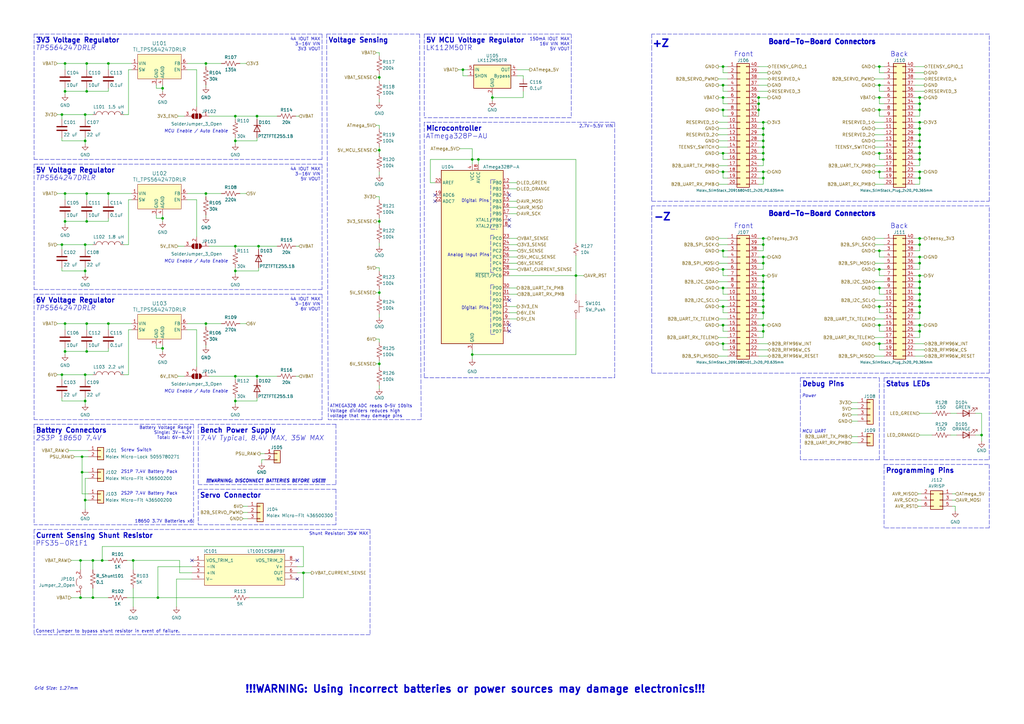
<source format=kicad_sch>
(kicad_sch (version 20211123) (generator eeschema)
  (paper "A3")
  (title_block (title "TARS MK4 Power Management Board") (date "2023-03-25") (rev "C") (company "Illinois Space Society") (comment 3 "David Zhang") (comment 4 "Contributors: Peter Giannetos, Eisha Peyyeti, Danny Guller, Rishi Patel, Spencer Siegellak, "))
  (lib_symbols
    (symbol "Amplifier_Operational_Analog:LT1001CS8#PBF" (pin_names (offset 0.762))
      (property "Reference" "IC" (at -15.24 6.35 0))
      (property "Value" "LT1001CS8#PBF" (at 1.905 6.35 0))
      (symbol "LT1001CS8#PBF_0_0"
        (pin passive line (at -20.32 2.54 0) (length 5.08) (name "VOS_TRIM_1") (number "1"))
        (pin passive line (at -20.32 0 0) (length 5.08) (name "-IN") (number "2"))
        (pin passive line (at -20.32 -2.54 0) (length 5.08) (name "+IN") (number "3"))
        (pin passive line (at -20.32 -5.08 0) (length 5.08) (name "V-") (number "4"))
        (pin no_connect line (at 22.86 -5.08 180) (length 5.08) (name "NC") (number "5"))
        (pin passive line (at 22.86 -2.54 180) (length 5.08) (name "OUT") (number "6"))
        (pin passive line (at 22.86 0 180) (length 5.08) (name "V+") (number "7"))
        (pin passive line (at 22.86 2.54 180) (length 5.08) (name "VOS_TRIM_2") (number "8"))
      )
    )
    (symbol "Conn_02x20_Counter_Clockwise_1" (pin_names (offset 1.016) hide)
      (property "Reference" "J101" (at 1.27 25.4 0))
      (property "Value" "Molex_SlimStack_2091680401_2x20_P0.635mm" (at 0 -27.94 0))
      (symbol "Conn_02x20_Counter_Clockwise_1_1_1"
        (pin passive line (at -5.08 22.86 0) (length 3.81) (name "Pin_1") (number "1"))
        (pin passive line (at -5.08 0 0) (length 3.81) (name "Pin_10") (number "10"))
        (pin passive line (at -5.08 -2.54 0) (length 3.81) (name "Pin_11") (number "11"))
        (pin passive line (at -5.08 -5.08 0) (length 3.81) (name "Pin_12") (number "12"))
        (pin passive line (at -5.08 -7.62 0) (length 3.81) (name "Pin_13") (number "13"))
        (pin passive line (at -5.08 -10.16 0) (length 3.81) (name "Pin_14") (number "14"))
        (pin passive line (at -5.08 -12.7 0) (length 3.81) (name "Pin_15") (number "15"))
        (pin passive line (at -5.08 -15.24 0) (length 3.81) (name "Pin_16") (number "16"))
        (pin passive line (at -5.08 -17.78 0) (length 3.81) (name "Pin_17") (number "17"))
        (pin passive line (at -5.08 -20.32 0) (length 3.81) (name "Pin_18") (number "18"))
        (pin passive line (at -5.08 -22.86 0) (length 3.81) (name "Pin_19") (number "19"))
        (pin passive line (at -5.08 20.32 0) (length 3.81) (name "Pin_2") (number "2"))
        (pin passive line (at -5.08 -25.4 0) (length 3.81) (name "Pin_20") (number "20"))
        (pin passive line (at 7.62 -25.4 180) (length 3.81) (name "Pin_21") (number "21"))
        (pin passive line (at 7.62 -22.86 180) (length 3.81) (name "Pin_22") (number "22"))
        (pin passive line (at 7.62 -20.32 180) (length 3.81) (name "Pin_23") (number "23"))
        (pin passive line (at 7.62 -17.78 180) (length 3.81) (name "Pin_24") (number "24"))
        (pin passive line (at 7.62 -15.24 180) (length 3.81) (name "Pin_25") (number "25"))
        (pin passive line (at 7.62 -12.7 180) (length 3.81) (name "Pin_26") (number "26"))
        (pin passive line (at 7.62 -10.16 180) (length 3.81) (name "Pin_27") (number "27"))
        (pin passive line (at 7.62 -7.62 180) (length 3.81) (name "Pin_28") (number "28"))
        (pin passive line (at 7.62 -5.08 180) (length 3.81) (name "Pin_29") (number "29"))
        (pin passive line (at -5.08 17.78 0) (length 3.81) (name "Pin_3") (number "3"))
        (pin passive line (at 7.62 -2.54 180) (length 3.81) (name "Pin_30") (number "30"))
        (pin passive line (at 7.62 0 180) (length 3.81) (name "Pin_31") (number "31"))
        (pin passive line (at 7.62 2.54 180) (length 3.81) (name "Pin_32") (number "32"))
        (pin passive line (at 7.62 5.08 180) (length 3.81) (name "Pin_33") (number "33"))
        (pin passive line (at 7.62 7.62 180) (length 3.81) (name "Pin_34") (number "34"))
        (pin passive line (at 7.62 10.16 180) (length 3.81) (name "Pin_35") (number "35"))
        (pin passive line (at 7.62 12.7 180) (length 3.81) (name "Pin_36") (number "36"))
        (pin passive line (at 7.62 15.24 180) (length 3.81) (name "Pin_37") (number "37"))
        (pin passive line (at 7.62 17.78 180) (length 3.81) (name "Pin_38") (number "38"))
        (pin passive line (at 7.62 20.32 180) (length 3.81) (name "Pin_39") (number "39"))
        (pin passive line (at -5.08 15.24 0) (length 3.81) (name "Pin_4") (number "4"))
        (pin passive line (at 7.62 22.86 180) (length 3.81) (name "Pin_40") (number "40"))
        (pin passive line (at -5.08 12.7 0) (length 3.81) (name "Pin_5") (number "5"))
        (pin passive line (at -5.08 10.16 0) (length 3.81) (name "Pin_6") (number "6"))
        (pin passive line (at -5.08 7.62 0) (length 3.81) (name "Pin_7") (number "7"))
        (pin passive line (at -5.08 5.08 0) (length 3.81) (name "Pin_8") (number "8"))
        (pin passive line (at -5.08 2.54 0) (length 3.81) (name "Pin_9") (number "9"))
      )
    )
    (symbol "Connector_Generic:Conn_01x02" (pin_names (offset 1.016) hide)
      (property "Reference" "J" (at 0 2.54 0))
      (property "Value" "Conn_01x02" (at 0 -5.08 0))
      (symbol "Conn_01x02_1_1"
        (pin passive line (at -5.08 0 0) (length 3.81) (name "Pin_1") (number "1"))
        (pin passive line (at -5.08 -2.54 0) (length 3.81) (name "Pin_2") (number "2"))
      )
    )
    (symbol "Connector_Generic:Conn_01x03" (pin_names (offset 1.016) hide)
      (property "Reference" "J" (at 0 5.08 0))
      (property "Value" "Conn_01x03" (at 0 -5.08 0))
      (symbol "Conn_01x03_1_1"
        (pin passive line (at -5.08 2.54 0) (length 3.81) (name "Pin_1") (number "1"))
        (pin passive line (at -5.08 0 0) (length 3.81) (name "Pin_2") (number "2"))
        (pin passive line (at -5.08 -2.54 0) (length 3.81) (name "Pin_3") (number "3"))
      )
    )
    (symbol "Connector_Generic:Conn_01x04" (pin_names (offset 1.016) hide)
      (property "Reference" "J" (at 0 5.08 0))
      (property "Value" "Conn_01x04" (at 0 -7.62 0))
      (symbol "Conn_01x04_1_1"
        (pin passive line (at -5.08 2.54 0) (length 3.81) (name "Pin_1") (number "1"))
        (pin passive line (at -5.08 0 0) (length 3.81) (name "Pin_2") (number "2"))
        (pin passive line (at -5.08 -2.54 0) (length 3.81) (name "Pin_3") (number "3"))
        (pin passive line (at -5.08 -5.08 0) (length 3.81) (name "Pin_4") (number "4"))
      )
    )
    (symbol "Connector_Generic:Conn_02x03_Odd_Even" (pin_names (offset 1.016) hide)
      (property "Reference" "J" (at 1.27 5.08 0))
      (property "Value" "Conn_02x03_Odd_Even" (at 1.27 -5.08 0))
      (symbol "Conn_02x03_Odd_Even_1_1"
        (pin passive line (at -5.08 2.54 0) (length 3.81) (name "Pin_1") (number "1"))
        (pin passive line (at 7.62 2.54 180) (length 3.81) (name "Pin_2") (number "2"))
        (pin passive line (at -5.08 0 0) (length 3.81) (name "Pin_3") (number "3"))
        (pin passive line (at 7.62 0 180) (length 3.81) (name "Pin_4") (number "4"))
        (pin passive line (at -5.08 -2.54 0) (length 3.81) (name "Pin_5") (number "5"))
        (pin passive line (at 7.62 -2.54 180) (length 3.81) (name "Pin_6") (number "6"))
      )
    )
    (symbol "Connector_Generic:Conn_02x20_Counter_Clockwise" (pin_names (offset 1.016) hide)
      (property "Reference" "J" (at 1.27 25.4 0))
      (property "Value" "Conn_02x20_Counter_Clockwise" (at 1.27 -27.94 0))
      (symbol "Conn_02x20_Counter_Clockwise_1_1"
        (pin passive line (at -5.08 22.86 0) (length 3.81) (name "Pin_1") (number "1"))
        (pin passive line (at -5.08 0 0) (length 3.81) (name "Pin_10") (number "10"))
        (pin passive line (at -5.08 -2.54 0) (length 3.81) (name "Pin_11") (number "11"))
        (pin passive line (at -5.08 -5.08 0) (length 3.81) (name "Pin_12") (number "12"))
        (pin passive line (at -5.08 -7.62 0) (length 3.81) (name "Pin_13") (number "13"))
        (pin passive line (at -5.08 -10.16 0) (length 3.81) (name "Pin_14") (number "14"))
        (pin passive line (at -5.08 -12.7 0) (length 3.81) (name "Pin_15") (number "15"))
        (pin passive line (at -5.08 -15.24 0) (length 3.81) (name "Pin_16") (number "16"))
        (pin passive line (at -5.08 -17.78 0) (length 3.81) (name "Pin_17") (number "17"))
        (pin passive line (at -5.08 -20.32 0) (length 3.81) (name "Pin_18") (number "18"))
        (pin passive line (at -5.08 -22.86 0) (length 3.81) (name "Pin_19") (number "19"))
        (pin passive line (at -5.08 20.32 0) (length 3.81) (name "Pin_2") (number "2"))
        (pin passive line (at -5.08 -25.4 0) (length 3.81) (name "Pin_20") (number "20"))
        (pin passive line (at 7.62 -25.4 180) (length 3.81) (name "Pin_21") (number "21"))
        (pin passive line (at 7.62 -22.86 180) (length 3.81) (name "Pin_22") (number "22"))
        (pin passive line (at 7.62 -20.32 180) (length 3.81) (name "Pin_23") (number "23"))
        (pin passive line (at 7.62 -17.78 180) (length 3.81) (name "Pin_24") (number "24"))
        (pin passive line (at 7.62 -15.24 180) (length 3.81) (name "Pin_25") (number "25"))
        (pin passive line (at 7.62 -12.7 180) (length 3.81) (name "Pin_26") (number "26"))
        (pin passive line (at 7.62 -10.16 180) (length 3.81) (name "Pin_27") (number "27"))
        (pin passive line (at 7.62 -7.62 180) (length 3.81) (name "Pin_28") (number "28"))
        (pin passive line (at 7.62 -5.08 180) (length 3.81) (name "Pin_29") (number "29"))
        (pin passive line (at -5.08 17.78 0) (length 3.81) (name "Pin_3") (number "3"))
        (pin passive line (at 7.62 -2.54 180) (length 3.81) (name "Pin_30") (number "30"))
        (pin passive line (at 7.62 0 180) (length 3.81) (name "Pin_31") (number "31"))
        (pin passive line (at 7.62 2.54 180) (length 3.81) (name "Pin_32") (number "32"))
        (pin passive line (at 7.62 5.08 180) (length 3.81) (name "Pin_33") (number "33"))
        (pin passive line (at 7.62 7.62 180) (length 3.81) (name "Pin_34") (number "34"))
        (pin passive line (at 7.62 10.16 180) (length 3.81) (name "Pin_35") (number "35"))
        (pin passive line (at 7.62 12.7 180) (length 3.81) (name "Pin_36") (number "36"))
        (pin passive line (at 7.62 15.24 180) (length 3.81) (name "Pin_37") (number "37"))
        (pin passive line (at 7.62 17.78 180) (length 3.81) (name "Pin_38") (number "38"))
        (pin passive line (at 7.62 20.32 180) (length 3.81) (name "Pin_39") (number "39"))
        (pin passive line (at -5.08 15.24 0) (length 3.81) (name "Pin_4") (number "4"))
        (pin passive line (at 7.62 22.86 180) (length 3.81) (name "Pin_40") (number "40"))
        (pin passive line (at -5.08 12.7 0) (length 3.81) (name "Pin_5") (number "5"))
        (pin passive line (at -5.08 10.16 0) (length 3.81) (name "Pin_6") (number "6"))
        (pin passive line (at -5.08 7.62 0) (length 3.81) (name "Pin_7") (number "7"))
        (pin passive line (at -5.08 5.08 0) (length 3.81) (name "Pin_8") (number "8"))
        (pin passive line (at -5.08 2.54 0) (length 3.81) (name "Pin_9") (number "9"))
      )
    )
    (symbol "D24V50F5:R_US" (pin_numbers hide) (pin_names (offset 0))
      (property "Reference" "R" (at 2.54 0 90))
      (property "Value" "R_US" (at -2.54 0 90))
      (symbol "R_US_1_1"
        (pin passive line (at 0 3.81 270) (length 1.27) (name "~") (number "1"))
        (pin passive line (at 0 -3.81 90) (length 1.27) (name "~") (number "2"))
      )
    )
    (symbol "Device:C" (pin_numbers hide) (pin_names (offset 0.254))
      (property "Reference" "C" (at 0.635 2.54 0))
      (property "Value" "C" (at 0.635 -2.54 0))
      (symbol "C_1_1"
        (pin passive line (at 0 3.81 270) (length 2.794) (name "~") (number "1"))
        (pin passive line (at 0 -3.81 90) (length 2.794) (name "~") (number "2"))
      )
    )
    (symbol "Device:C_Small" (pin_numbers hide) (pin_names (offset 0.254) hide)
      (property "Reference" "C" (at 0.254 1.778 0))
      (property "Value" "C_Small" (at 0.254 -2.032 0))
      (symbol "C_Small_1_1"
        (pin passive line (at 0 2.54 270) (length 2.032) (name "~") (number "1"))
        (pin passive line (at 0 -2.54 90) (length 2.032) (name "~") (number "2"))
      )
    )
    (symbol "Device:D_Zener" (pin_numbers hide) (pin_names (offset 1.016) hide)
      (property "Reference" "D" (at 0 2.54 0))
      (property "Value" "D_Zener" (at 0 -2.54 0))
      (symbol "D_Zener_1_1"
        (pin passive line (at -3.81 0 0) (length 2.54) (name "K") (number "1"))
        (pin passive line (at 3.81 0 180) (length 2.54) (name "A") (number "2"))
      )
    )
    (symbol "Device:LED" (pin_numbers hide) (pin_names (offset 1.016) hide)
      (property "Reference" "D" (at 0 2.54 0))
      (property "Value" "LED" (at 0 -2.54 0))
      (symbol "LED_1_1"
        (pin passive line (at -3.81 0 0) (length 2.54) (name "K") (number "1"))
        (pin passive line (at 3.81 0 180) (length 2.54) (name "A") (number "2"))
      )
    )
    (symbol "Device:R_Small_US" (pin_numbers hide) (pin_names (offset 0.254) hide)
      (property "Reference" "R" (at 0.762 0.508 0))
      (property "Value" "R_Small_US" (at 0.762 -1.016 0))
      (symbol "R_Small_US_1_1"
        (pin passive line (at 0 2.54 270) (length 1.016) (name "~") (number "1"))
        (pin passive line (at 0 -2.54 90) (length 1.016) (name "~") (number "2"))
      )
    )
    (symbol "Device:R_US" (pin_numbers hide) (pin_names (offset 0))
      (property "Reference" "R" (at 2.54 0 90))
      (property "Value" "R_US" (at -2.54 0 90))
      (symbol "R_US_1_1"
        (pin passive line (at 0 3.81 270) (length 1.27) (name "~") (number "1"))
        (pin passive line (at 0 -3.81 90) (length 1.27) (name "~") (number "2"))
      )
    )
    (symbol "Jumper:Jumper_2_Open" (pin_names (offset 0) hide)
      (property "Reference" "JP" (at 0 2.794 0))
      (property "Value" "Jumper_2_Open" (at 0 -2.286 0))
      (symbol "Jumper_2_Open_1_1"
        (pin passive line (at -5.08 0 0) (length 2.54) (name "A") (number "1"))
        (pin passive line (at 5.08 0 180) (length 2.54) (name "B") (number "2"))
      )
    )
    (symbol "Jumper:SolderJumper_3_Open" (pin_names (offset 0) hide)
      (property "Reference" "JP" (at -2.54 -2.54 0))
      (property "Value" "SolderJumper_3_Open" (at 0 2.794 0))
      (symbol "SolderJumper_3_Open_1_1"
        (pin passive line (at -5.08 0 0) (length 2.54) (name "A") (number "1"))
        (pin input line (at 0 -3.81 90) (length 2.54) (name "C") (number "2"))
        (pin passive line (at 5.08 0 180) (length 2.54) (name "B") (number "3"))
      )
    )
    (symbol "MCU_Microchip_ATmega:ATmega328P-A"
      (property "Reference" "U" (at -12.7 36.83 0))
      (property "Value" "ATmega328P-A" (at 2.54 -36.83 0))
      (symbol "ATmega328P-A_1_1"
        (pin bidirectional line (at 15.24 -20.32 180) (length 2.54) (name "PD3") (number "1"))
        (pin bidirectional line (at 15.24 -27.94 180) (length 2.54) (name "PD6") (number "10"))
        (pin bidirectional line (at 15.24 -30.48 180) (length 2.54) (name "PD7") (number "11"))
        (pin bidirectional line (at 15.24 30.48 180) (length 2.54) (name "PB0") (number "12"))
        (pin bidirectional line (at 15.24 27.94 180) (length 2.54) (name "PB1") (number "13"))
        (pin bidirectional line (at 15.24 25.4 180) (length 2.54) (name "PB2") (number "14"))
        (pin bidirectional line (at 15.24 22.86 180) (length 2.54) (name "PB3") (number "15"))
        (pin bidirectional line (at 15.24 20.32 180) (length 2.54) (name "PB4") (number "16"))
        (pin bidirectional line (at 15.24 17.78 180) (length 2.54) (name "PB5") (number "17"))
        (pin power_in line (at 2.54 38.1 270) (length 2.54) (name "AVCC") (number "18"))
        (pin input line (at -15.24 25.4 0) (length 2.54) (name "ADC6") (number "19"))
        (pin bidirectional line (at 15.24 -22.86 180) (length 2.54) (name "PD4") (number "2"))
        (pin passive line (at -15.24 30.48 0) (length 2.54) (name "AREF") (number "20"))
        (pin passive line (at 0 -38.1 90) (length 2.54) hide (name "GND") (number "21"))
        (pin input line (at -15.24 22.86 0) (length 2.54) (name "ADC7") (number "22"))
        (pin bidirectional line (at 15.24 7.62 180) (length 2.54) (name "PC0") (number "23"))
        (pin bidirectional line (at 15.24 5.08 180) (length 2.54) (name "PC1") (number "24"))
        (pin bidirectional line (at 15.24 2.54 180) (length 2.54) (name "PC2") (number "25"))
        (pin bidirectional line (at 15.24 0 180) (length 2.54) (name "PC3") (number "26"))
        (pin bidirectional line (at 15.24 -2.54 180) (length 2.54) (name "PC4") (number "27"))
        (pin bidirectional line (at 15.24 -5.08 180) (length 2.54) (name "PC5") (number "28"))
        (pin bidirectional line (at 15.24 -7.62 180) (length 2.54) (name "~{RESET}/PC6") (number "29"))
        (pin power_in line (at 0 -38.1 90) (length 2.54) (name "GND") (number "3"))
        (pin bidirectional line (at 15.24 -12.7 180) (length 2.54) (name "PD0") (number "30"))
        (pin bidirectional line (at 15.24 -15.24 180) (length 2.54) (name "PD1") (number "31"))
        (pin bidirectional line (at 15.24 -17.78 180) (length 2.54) (name "PD2") (number "32"))
        (pin power_in line (at 0 38.1 270) (length 2.54) (name "VCC") (number "4"))
        (pin passive line (at 0 -38.1 90) (length 2.54) hide (name "GND") (number "5"))
        (pin passive line (at 0 38.1 270) (length 2.54) hide (name "VCC") (number "6"))
        (pin bidirectional line (at 15.24 15.24 180) (length 2.54) (name "XTAL1/PB6") (number "7"))
        (pin bidirectional line (at 15.24 12.7 180) (length 2.54) (name "XTAL2/PB7") (number "8"))
        (pin bidirectional line (at 15.24 -25.4 180) (length 2.54) (name "PD5") (number "9"))
      )
    )
    (symbol "Regulator_Linear:LK112M33TR" (pin_names (offset 0.254))
      (property "Reference" "U" (at -6.35 5.715 0))
      (property "Value" "LK112M33TR" (at 0 5.715 0))
      (symbol "LK112M33TR_1_1"
        (pin input line (at -10.16 0 0) (length 2.54) (name "SHDN") (number "1"))
        (pin power_in line (at 0 -7.62 90) (length 2.54) (name "GND") (number "2"))
        (pin passive line (at 10.16 0 180) (length 2.54) (name "Bypass") (number "3"))
        (pin power_out line (at 10.16 2.54 180) (length 2.54) (name "OUT") (number "4"))
        (pin power_in line (at -10.16 2.54 0) (length 2.54) (name "IN") (number "5"))
      )
    )
    (symbol "Regulator_Texas:TI_TPS564247DRLR" (pin_names (offset 0.254))
      (property "Reference" "U" (at 0 11.43 0))
      (property "Value" "TI_TPS564247DRLR" (at 0 8.89 0))
      (symbol "TI_TPS564247DRLR_0_0"
        (pin input line (at -11.43 2.54 0) (length 2.54) (name "VIN") (number "1"))
        (pin output line (at -11.43 0 0) (length 2.54) (name "SW") (number "2"))
        (pin power_in line (at -1.27 -6.35 90) (length 2.54) (name "GND") (number "3"))
        (pin power_in line (at 1.27 -6.35 90) (length 2.54) (name "AGND") (number "4"))
        (pin input line (at 11.43 0 180) (length 2.54) (name "EN") (number "5"))
        (pin input line (at 11.43 2.54 180) (length 2.54) (name "FB") (number "6"))
      )
    )
    (symbol "Switch:SW_Push" (pin_numbers hide) (pin_names (offset 1.016) hide)
      (property "Reference" "SW" (at 1.27 2.54 0))
      (property "Value" "SW_Push" (at 0 -1.524 0))
      (symbol "SW_Push_0_1"
        (pin passive line (at -5.08 0 0) (length 2.54) (name "1") (number "1"))
        (pin passive line (at 5.08 0 180) (length 2.54) (name "2") (number "2"))
      )
    )
    (symbol "power:GND" (power) (pin_names (offset 0))
      (property "Value" "GND" (at 0 -3.81 0))
      (symbol "GND_1_1"
        (pin power_in line (at 0 0 270) (length 0) hide (name "GND") (number "1"))
      )
    )
    (symbol "pspice:INDUCTOR" (pin_numbers hide) (pin_names (offset 0))
      (property "Reference" "L" (at 0 2.54 0))
      (property "Value" "INDUCTOR" (at 0 -1.27 0))
      (symbol "INDUCTOR_1_1"
        (pin input line (at -6.35 0 0) (length 1.27) (name "1") (number "1"))
        (pin input line (at 6.35 0 180) (length 1.27) (name "2") (number "2"))
      )
    )
  )
  (junction (at 377.19 42.545))
  (junction (at 54.61 229.87))
  (junction (at 377.19 123.19))
  (junction (at 105.41 154.305))
  (junction (at 155.575 61.595))
  (junction (at 44.45 26.035))
  (junction (at 296.545 118.11))
  (junction (at 296.545 102.87))
  (junction (at 189.865 28.575))
  (junction (at 311.15 45.085))
  (junction (at 38.1 245.11))
  (junction (at 34.925 153.67))
  (junction (at 313.055 50.165))
  (junction (at 96.52 164.465))
  (junction (at 296.545 34.925))
  (junction (at 34.925 111.125))
  (junction (at 313.055 107.95))
  (junction (at 26.67 144.145))
  (junction (at 25.4 153.67))
  (junction (at 296.545 140.97))
  (junction (at 377.19 60.325))
  (junction (at 96.52 154.305))
  (junction (at 313.055 128.27))
  (junction (at 377.19 55.245))
  (junction (at 34.925 164.465))
  (junction (at 360.68 40.005))
  (junction (at 360.68 70.485))
  (junction (at 26.67 26.035))
  (junction (at 360.68 110.49))
  (junction (at 311.15 42.545))
  (junction (at 313.055 125.73))
  (junction (at 33.655 193.675))
  (junction (at 377.19 70.485))
  (junction (at 311.15 40.005))
  (junction (at 124.46 234.95))
  (junction (at 377.19 135.89))
  (junction (at 313.055 57.785))
  (junction (at 296.545 133.35))
  (junction (at 360.68 140.97))
  (junction (at 26.67 79.375))
  (junction (at 66.675 89.535))
  (junction (at 34.925 100.33))
  (junction (at 155.575 149.225))
  (junction (at 35.56 144.145))
  (junction (at 96.52 57.785))
  (junction (at 377.19 57.785))
  (junction (at 35.56 37.465))
  (junction (at 360.68 118.11))
  (junction (at 313.055 60.325))
  (junction (at 34.925 57.785))
  (junction (at 377.19 40.005))
  (junction (at 155.575 90.805))
  (junction (at 66.675 36.195))
  (junction (at 105.41 47.625))
  (junction (at 296.545 110.49))
  (junction (at 377.19 128.27))
  (junction (at 296.545 125.73))
  (junction (at 377.19 100.33))
  (junction (at 41.91 229.87))
  (junction (at 313.055 105.41))
  (junction (at 38.1 229.87))
  (junction (at 34.925 46.99))
  (junction (at 33.02 229.87))
  (junction (at 44.45 132.715))
  (junction (at 313.055 123.19))
  (junction (at 84.455 79.375))
  (junction (at 26.67 37.465))
  (junction (at 402.59 178.435))
  (junction (at 313.055 73.025))
  (junction (at 313.055 55.245))
  (junction (at 313.055 62.865))
  (junction (at 33.02 245.11))
  (junction (at 360.68 102.87))
  (junction (at 377.19 45.085))
  (junction (at 313.055 65.405))
  (junction (at 313.055 120.65))
  (junction (at 313.055 118.11))
  (junction (at 84.455 26.035))
  (junction (at 196.215 65.405))
  (junction (at 35.56 26.035))
  (junction (at 296.545 45.085))
  (junction (at 313.055 113.03))
  (junction (at 360.68 125.73))
  (junction (at 35.56 132.715))
  (junction (at 155.575 120.015))
  (junction (at 35.56 90.805))
  (junction (at 313.055 97.79))
  (junction (at 313.055 52.705))
  (junction (at 360.68 62.865))
  (junction (at 360.68 45.085))
  (junction (at 96.52 47.625))
  (junction (at 360.68 27.305))
  (junction (at 360.68 133.35))
  (junction (at 236.22 113.03))
  (junction (at 313.055 133.35))
  (junction (at 377.19 52.705))
  (junction (at 377.19 65.405))
  (junction (at 155.575 31.75))
  (junction (at 26.67 90.805))
  (junction (at 44.45 79.375))
  (junction (at 377.19 118.11))
  (junction (at 96.52 111.125))
  (junction (at 296.545 40.005))
  (junction (at 360.68 34.925))
  (junction (at 377.19 105.41))
  (junction (at 26.67 132.715))
  (junction (at 25.4 46.99))
  (junction (at 64.77 245.11))
  (junction (at 296.545 70.485))
  (junction (at 377.19 115.57))
  (junction (at 313.055 70.485))
  (junction (at 313.055 135.89))
  (junction (at 66.675 142.875))
  (junction (at 106.045 100.965))
  (junction (at 377.19 62.865))
  (junction (at 35.56 79.375))
  (junction (at 377.19 113.03))
  (junction (at 296.545 62.865))
  (junction (at 377.19 50.165))
  (junction (at 313.055 100.33))
  (junction (at 201.93 40.005))
  (junction (at 377.19 107.95))
  (junction (at 33.655 187.325))
  (junction (at 377.19 120.65))
  (junction (at 296.545 27.305))
  (junction (at 34.925 205.105))
  (junction (at 25.4 100.33))
  (junction (at 84.455 132.715))
  (junction (at 377.19 73.025))
  (junction (at 96.52 100.965))
  (junction (at 377.19 133.35))
  (junction (at 377.19 97.79))
  (junction (at 193.675 65.405))
  (junction (at 313.055 115.57))
  (junction (at 377.19 125.73))
  (junction (at 193.675 145.415))
  (no_connect (at 208.915 90.17))
  (no_connect (at 178.435 82.55))
  (no_connect (at 208.915 135.89))
  (no_connect (at 121.92 229.87))
  (no_connect (at 78.74 229.87))
  (no_connect (at 121.92 237.49))
  (no_connect (at 208.915 92.71))
  (no_connect (at 208.915 123.19))
  (no_connect (at 208.915 133.35))
  (no_connect (at 178.435 80.01))
  (no_connect (at 208.915 80.01))
  (wire (pts (xy 76.835 132.715) (xy 84.455 132.715)))
  (wire (pts (xy 360.68 110.49) (xy 362.585 110.49)))
  (wire (pts (xy 313.055 97.79) (xy 314.96 97.79)))
  (wire (pts (xy 296.545 42.545) (xy 296.545 40.005)))
  (wire (pts (xy 313.055 70.485) (xy 311.15 70.485)))
  (wire (pts (xy 154.305 149.225) (xy 155.575 149.225)))
  (wire (pts (xy 294.64 146.05) (xy 298.45 146.05)))
  (wire (pts (xy 106.045 102.235) (xy 106.045 100.965)))
  (wire (pts (xy 212.09 85.09) (xy 208.915 85.09)))
  (wire (pts (xy 35.56 26.035) (xy 35.56 28.575)))
  (polyline (pts (xy 362.585 188.595) (xy 405.765 188.595)))
  (wire (pts (xy 96.52 111.125) (xy 96.52 112.395)))
  (polyline (pts (xy 137.795 215.265) (xy 81.28 215.265)))
  (wire (pts (xy 360.68 102.87) (xy 362.585 102.87)))
  (wire (pts (xy 25.4 100.33) (xy 34.925 100.33)))
  (wire (pts (xy 35.56 37.465) (xy 44.45 37.465)))
  (wire (pts (xy 360.68 65.405) (xy 362.585 65.405)))
  (wire (pts (xy 33.02 243.84) (xy 33.02 245.11)))
  (wire (pts (xy 360.68 45.085) (xy 360.68 47.625)))
  (wire (pts (xy 298.45 27.305) (xy 296.545 27.305)))
  (wire (pts (xy 66.675 142.875) (xy 66.675 144.145)))
  (wire (pts (xy 99.695 207.645) (xy 101.6 207.645)))
  (wire (pts (xy 313.055 105.41) (xy 311.15 105.41)))
  (wire (pts (xy 84.455 142.24) (xy 84.455 141.605)))
  (wire (pts (xy 44.45 89.535) (xy 44.45 90.805)))
  (wire (pts (xy 121.92 234.95) (xy 124.46 234.95)))
  (wire (pts (xy 377.19 57.785) (xy 377.19 60.325)))
  (wire (pts (xy 155.575 60.325) (xy 155.575 61.595)))
  (wire (pts (xy 311.15 140.97) (xy 314.96 140.97)))
  (polyline (pts (xy 267.335 84.455) (xy 267.335 89.535)))
  (polyline (pts (xy 328.295 154.94) (xy 360.68 154.94)))
  (wire (pts (xy 360.68 29.845) (xy 362.585 29.845)))
  (wire (pts (xy 390.525 202.565) (xy 391.795 202.565)))
  (polyline (pts (xy 360.68 188.595) (xy 328.295 188.595)))
  (polyline (pts (xy 362.585 154.94) (xy 362.585 188.595)))
  (wire (pts (xy 313.055 113.03) (xy 311.15 113.03)))
  (wire (pts (xy 84.455 26.035) (xy 90.805 26.035)))
  (wire (pts (xy 208.915 107.95) (xy 212.09 107.95)))
  (wire (pts (xy 236.22 130.81) (xy 236.22 145.415)))
  (wire (pts (xy 313.055 135.89) (xy 311.15 135.89)))
  (wire (pts (xy 25.4 48.895) (xy 25.4 46.99)))
  (wire (pts (xy 212.09 87.63) (xy 208.915 87.63)))
  (wire (pts (xy 64.135 89.535) (xy 66.675 89.535)))
  (polyline (pts (xy 151.765 260.35) (xy 13.97 260.35)))
  (wire (pts (xy 66.675 89.535) (xy 66.675 90.805)))
  (wire (pts (xy 377.19 55.245) (xy 375.285 55.245)))
  (wire (pts (xy 34.925 56.515) (xy 34.925 57.785)))
  (polyline (pts (xy 201.295 116.84) (xy 201.295 137.16)))
  (wire (pts (xy 35.56 132.715) (xy 44.45 132.715)))
  (wire (pts (xy 155.575 99.695) (xy 155.575 100.965)))
  (wire (pts (xy 294.64 110.49) (xy 296.545 110.49)))
  (wire (pts (xy 26.67 37.465) (xy 35.56 37.465)))
  (wire (pts (xy 375.285 32.385) (xy 379.095 32.385)))
  (wire (pts (xy 84.455 26.035) (xy 84.455 27.305)))
  (wire (pts (xy 105.41 164.465) (xy 96.52 164.465)))
  (polyline (pts (xy 13.97 67.31) (xy 13.97 118.745)))
  (wire (pts (xy 311.15 34.925) (xy 314.96 34.925)))
  (wire (pts (xy 38.1 245.11) (xy 44.45 245.11)))
  (wire (pts (xy 313.055 120.65) (xy 311.15 120.65)))
  (wire (pts (xy 35.56 90.805) (xy 44.45 90.805)))
  (polyline (pts (xy 202.565 116.84) (xy 201.295 116.84)))
  (wire (pts (xy 26.67 37.465) (xy 26.67 38.735)))
  (wire (pts (xy 193.675 145.415) (xy 236.22 145.415)))
  (polyline (pts (xy 234.315 13.97) (xy 234.315 48.26)))
  (wire (pts (xy 360.68 102.87) (xy 360.68 105.41)))
  (wire (pts (xy 313.055 100.33) (xy 313.055 102.87)))
  (wire (pts (xy 313.055 102.87) (xy 311.15 102.87)))
  (wire (pts (xy 360.68 110.49) (xy 360.68 113.03)))
  (wire (pts (xy 313.055 125.73) (xy 313.055 128.27)))
  (wire (pts (xy 298.45 113.03) (xy 296.545 113.03)))
  (wire (pts (xy 294.64 133.35) (xy 296.545 133.35)))
  (wire (pts (xy 96.52 155.575) (xy 96.52 154.305)))
  (wire (pts (xy 41.91 224.155) (xy 124.46 224.155)))
  (wire (pts (xy 27.94 184.785) (xy 36.195 184.785)))
  (wire (pts (xy 313.055 100.33) (xy 311.15 100.33)))
  (wire (pts (xy 377.19 100.33) (xy 375.285 100.33)))
  (wire (pts (xy 377.19 130.81) (xy 375.285 130.81)))
  (wire (pts (xy 377.19 70.485) (xy 375.285 70.485)))
  (wire (pts (xy 25.4 57.785) (xy 34.925 57.785)))
  (wire (pts (xy 313.055 115.57) (xy 311.15 115.57)))
  (wire (pts (xy 313.055 55.245) (xy 311.15 55.245)))
  (wire (pts (xy 44.45 132.715) (xy 53.975 132.715)))
  (wire (pts (xy 52.705 28.575) (xy 53.975 28.575)))
  (wire (pts (xy 377.19 75.565) (xy 375.285 75.565)))
  (wire (pts (xy 391.795 205.105) (xy 390.525 205.105)))
  (wire (pts (xy 121.285 47.625) (xy 122.555 47.625)))
  (wire (pts (xy 298.45 128.27) (xy 296.545 128.27)))
  (wire (pts (xy 236.22 113.03) (xy 236.22 120.65)))
  (wire (pts (xy 29.21 229.87) (xy 33.02 229.87)))
  (wire (pts (xy 296.545 37.465) (xy 298.45 37.465)))
  (wire (pts (xy 313.055 133.35) (xy 314.96 133.35)))
  (wire (pts (xy 84.455 132.715) (xy 90.805 132.715)))
  (polyline (pts (xy 267.335 19.05) (xy 267.335 82.55)))
  (polyline (pts (xy 132.08 118.745) (xy 13.97 118.745)))
  (wire (pts (xy 377.19 47.625) (xy 375.285 47.625)))
  (wire (pts (xy 377.19 45.085) (xy 375.285 45.085)))
  (wire (pts (xy 377.19 115.57) (xy 375.285 115.57)))
  (wire (pts (xy 36.195 187.325) (xy 33.655 187.325)))
  (wire (pts (xy 33.02 229.87) (xy 33.02 233.68)))
  (wire (pts (xy 236.22 65.405) (xy 196.215 65.405)))
  (wire (pts (xy 313.055 113.03) (xy 313.055 115.57)))
  (wire (pts (xy 296.545 105.41) (xy 298.45 105.41)))
  (wire (pts (xy 154.305 61.595) (xy 155.575 61.595)))
  (wire (pts (xy 377.19 133.35) (xy 379.095 133.35)))
  (wire (pts (xy 358.775 133.35) (xy 360.68 133.35)))
  (wire (pts (xy 84.455 35.56) (xy 84.455 34.925)))
  (wire (pts (xy 208.915 110.49) (xy 212.09 110.49)))
  (wire (pts (xy 377.19 50.165) (xy 375.285 50.165)))
  (wire (pts (xy 360.68 135.89) (xy 362.585 135.89)))
  (wire (pts (xy 193.675 145.415) (xy 193.675 147.32)))
  (wire (pts (xy 377.19 62.865) (xy 375.285 62.865)))
  (wire (pts (xy 155.575 80.645) (xy 154.305 80.645)))
  (wire (pts (xy 155.575 31.75) (xy 155.575 33.02)))
  (wire (pts (xy 379.095 50.165) (xy 377.19 50.165)))
  (polyline (pts (xy 13.97 120.65) (xy 13.97 172.085)))
  (wire (pts (xy 212.09 128.27) (xy 208.915 128.27)))
  (wire (pts (xy 26.67 135.255) (xy 26.67 132.715)))
  (polyline (pts (xy 132.08 13.97) (xy 132.08 65.405)))
  (wire (pts (xy 25.4 109.855) (xy 25.4 111.125)))
  (wire (pts (xy 313.055 97.79) (xy 313.055 100.33)))
  (wire (pts (xy 44.45 28.575) (xy 44.45 26.035)))
  (polyline (pts (xy 137.795 198.755) (xy 81.28 198.755)))
  (wire (pts (xy 377.19 42.545) (xy 377.19 45.085)))
  (polyline (pts (xy 201.295 137.16) (xy 203.2 137.16)))
  (wire (pts (xy 311.15 45.085) (xy 311.15 47.625)))
  (wire (pts (xy 296.545 34.925) (xy 298.45 34.925)))
  (wire (pts (xy 294.64 45.085) (xy 296.545 45.085)))
  (wire (pts (xy 96.52 57.785) (xy 96.52 56.515)))
  (wire (pts (xy 313.055 133.35) (xy 311.15 133.35)))
  (wire (pts (xy 358.775 27.305) (xy 360.68 27.305)))
  (wire (pts (xy 212.09 28.575) (xy 217.17 28.575)))
  (wire (pts (xy 212.09 100.33) (xy 208.915 100.33)))
  (polyline (pts (xy 203.2 73.66) (xy 201.295 73.66)))
  (polyline (pts (xy 201.295 96.52) (xy 201.295 111.76)))
  (wire (pts (xy 400.05 178.435) (xy 402.59 178.435)))
  (wire (pts (xy 41.91 224.155) (xy 41.91 229.87)))
  (wire (pts (xy 296.545 40.005) (xy 298.45 40.005)))
  (polyline (pts (xy 405.765 153.035) (xy 405.765 84.455)))
  (wire (pts (xy 154.305 31.75) (xy 155.575 31.75)))
  (wire (pts (xy 155.575 81.915) (xy 155.575 80.645)))
  (wire (pts (xy 52.705 28.575) (xy 52.705 46.99)))
  (wire (pts (xy 360.68 133.35) (xy 362.585 133.35)))
  (wire (pts (xy 214.63 31.115) (xy 214.63 32.385)))
  (polyline (pts (xy 362.585 190.5) (xy 405.765 190.5)))
  (wire (pts (xy 294.64 32.385) (xy 298.45 32.385)))
  (wire (pts (xy 360.68 62.865) (xy 362.585 62.865)))
  (wire (pts (xy 376.555 202.565) (xy 377.825 202.565)))
  (polyline (pts (xy 132.08 67.31) (xy 132.08 118.745)))
  (wire (pts (xy 313.055 97.79) (xy 311.15 97.79)))
  (wire (pts (xy 80.645 28.575) (xy 80.645 43.815)))
  (wire (pts (xy 294.64 102.87) (xy 296.545 102.87)))
  (wire (pts (xy 377.19 125.73) (xy 377.19 128.27)))
  (wire (pts (xy 377.19 123.19) (xy 377.19 125.73)))
  (wire (pts (xy 377.19 133.35) (xy 375.285 133.35)))
  (wire (pts (xy 358.775 34.925) (xy 360.68 34.925)))
  (wire (pts (xy 358.775 125.73) (xy 360.68 125.73)))
  (wire (pts (xy 52.07 229.87) (xy 54.61 229.87)))
  (wire (pts (xy 124.46 224.155) (xy 124.46 232.41)))
  (wire (pts (xy 155.575 40.64) (xy 155.575 41.91)))
  (wire (pts (xy 33.655 193.675) (xy 33.655 202.565)))
  (wire (pts (xy 358.775 100.33) (xy 362.585 100.33)))
  (wire (pts (xy 360.68 140.97) (xy 360.68 143.51)))
  (wire (pts (xy 155.575 22.86) (xy 155.575 21.59)))
  (wire (pts (xy 26.67 142.875) (xy 26.67 144.145)))
  (wire (pts (xy 212.09 125.73) (xy 208.915 125.73)))
  (wire (pts (xy 358.775 140.97) (xy 360.68 140.97)))
  (wire (pts (xy 358.775 75.565) (xy 362.585 75.565)))
  (wire (pts (xy 73.66 229.87) (xy 73.66 234.95)))
  (wire (pts (xy 155.575 109.855) (xy 154.305 109.855)))
  (wire (pts (xy 23.495 153.67) (xy 25.4 153.67)))
  (wire (pts (xy 294.64 62.865) (xy 296.545 62.865)))
  (wire (pts (xy 358.775 52.705) (xy 362.585 52.705)))
  (wire (pts (xy 33.655 193.675) (xy 36.195 193.675)))
  (wire (pts (xy 377.19 123.19) (xy 375.285 123.19)))
  (wire (pts (xy 313.055 62.865) (xy 313.055 65.405)))
  (wire (pts (xy 208.915 118.11) (xy 212.09 118.11)))
  (wire (pts (xy 358.775 130.81) (xy 362.585 130.81)))
  (wire (pts (xy 313.055 65.405) (xy 311.15 65.405)))
  (wire (pts (xy 296.545 120.65) (xy 296.545 118.11)))
  (wire (pts (xy 349.25 167.64) (xy 351.79 167.64)))
  (wire (pts (xy 66.675 36.195) (xy 66.675 37.465)))
  (wire (pts (xy 296.545 27.305) (xy 296.545 29.845)))
  (wire (pts (xy 26.67 81.915) (xy 26.67 79.375)))
  (wire (pts (xy 358.775 32.385) (xy 362.585 32.385)))
  (wire (pts (xy 313.055 50.165) (xy 311.15 50.165)))
  (polyline (pts (xy 81.28 173.99) (xy 81.28 198.755)))
  (wire (pts (xy 360.68 120.65) (xy 362.585 120.65)))
  (wire (pts (xy 377.19 125.73) (xy 375.285 125.73)))
  (wire (pts (xy 193.675 65.405) (xy 193.675 67.31)))
  (wire (pts (xy 106.045 100.965) (xy 113.665 100.965)))
  (wire (pts (xy 35.56 79.375) (xy 35.56 81.915)))
  (wire (pts (xy 360.68 128.27) (xy 362.585 128.27)))
  (wire (pts (xy 41.91 229.87) (xy 44.45 229.87)))
  (polyline (pts (xy 362.585 154.94) (xy 405.765 154.94)))
  (wire (pts (xy 311.15 27.305) (xy 314.96 27.305)))
  (wire (pts (xy 360.68 40.005) (xy 362.585 40.005)))
  (wire (pts (xy 64.135 88.265) (xy 64.135 89.535)))
  (wire (pts (xy 35.56 142.875) (xy 35.56 144.145)))
  (wire (pts (xy 375.285 34.925) (xy 379.095 34.925)))
  (wire (pts (xy 389.89 169.545) (xy 392.43 169.545)))
  (wire (pts (xy 313.055 107.95) (xy 311.15 107.95)))
  (wire (pts (xy 44.45 79.375) (xy 53.975 79.375)))
  (wire (pts (xy 375.285 29.845) (xy 379.095 29.845)))
  (polyline (pts (xy 267.335 13.97) (xy 267.335 19.05)))
  (wire (pts (xy 64.135 36.195) (xy 66.675 36.195)))
  (wire (pts (xy 377.19 105.41) (xy 375.285 105.41)))
  (wire (pts (xy 30.48 187.325) (xy 33.655 187.325)))
  (wire (pts (xy 176.53 74.93) (xy 176.53 65.405)))
  (wire (pts (xy 155.575 139.065) (xy 154.305 139.065)))
  (wire (pts (xy 84.455 132.715) (xy 84.455 133.985)))
  (wire (pts (xy 296.545 29.845) (xy 298.45 29.845)))
  (wire (pts (xy 73.025 100.965) (xy 75.565 100.965)))
  (wire (pts (xy 298.45 135.89) (xy 296.545 135.89)))
  (wire (pts (xy 377.19 60.325) (xy 377.19 62.865)))
  (wire (pts (xy 294.64 34.925) (xy 296.545 34.925)))
  (wire (pts (xy 313.055 52.705) (xy 311.15 52.705)))
  (polyline (pts (xy 132.08 65.405) (xy 13.97 65.405)))
  (polyline (pts (xy 13.97 217.17) (xy 13.97 260.35)))
  (wire (pts (xy 358.775 118.11) (xy 360.68 118.11)))
  (wire (pts (xy 66.675 36.195) (xy 66.675 34.925)))
  (wire (pts (xy 313.055 138.43) (xy 311.15 138.43)))
  (wire (pts (xy 313.055 105.41) (xy 314.96 105.41)))
  (polyline (pts (xy 267.335 89.535) (xy 267.335 153.035)))
  (wire (pts (xy 298.45 143.51) (xy 296.545 143.51)))
  (wire (pts (xy 26.67 90.805) (xy 26.67 92.075)))
  (wire (pts (xy 360.68 105.41) (xy 362.585 105.41)))
  (wire (pts (xy 311.15 40.005) (xy 314.96 40.005)))
  (wire (pts (xy 212.09 130.81) (xy 208.915 130.81)))
  (wire (pts (xy 73.66 234.95) (xy 78.74 234.95)))
  (polyline (pts (xy 328.295 154.94) (xy 328.295 188.595)))
  (wire (pts (xy 313.055 60.325) (xy 313.055 62.865)))
  (wire (pts (xy 294.64 107.95) (xy 298.45 107.95)))
  (wire (pts (xy 96.52 57.785) (xy 96.52 59.055)))
  (wire (pts (xy 85.725 47.625) (xy 96.52 47.625)))
  (wire (pts (xy 99.695 210.185) (xy 101.6 210.185)))
  (wire (pts (xy 155.575 149.225) (xy 155.575 150.495)))
  (wire (pts (xy 78.74 237.49) (xy 72.39 237.49)))
  (wire (pts (xy 105.41 163.195) (xy 105.41 164.465)))
  (wire (pts (xy 35.56 132.715) (xy 35.56 135.255)))
  (wire (pts (xy 26.67 89.535) (xy 26.67 90.805)))
  (wire (pts (xy 26.67 144.145) (xy 26.67 145.415)))
  (wire (pts (xy 377.19 107.95) (xy 375.285 107.95)))
  (wire (pts (xy 377.19 118.11) (xy 375.285 118.11)))
  (wire (pts (xy 201.93 40.005) (xy 201.93 41.275)))
  (wire (pts (xy 64.135 34.925) (xy 64.135 36.195)))
  (wire (pts (xy 313.055 57.785) (xy 311.15 57.785)))
  (wire (pts (xy 212.09 102.87) (xy 208.915 102.87)))
  (wire (pts (xy 362.585 27.305) (xy 360.68 27.305)))
  (wire (pts (xy 294.64 138.43) (xy 298.45 138.43)))
  (wire (pts (xy 358.775 55.245) (xy 362.585 55.245)))
  (wire (pts (xy 358.775 107.95) (xy 362.585 107.95)))
  (wire (pts (xy 35.56 79.375) (xy 44.45 79.375)))
  (wire (pts (xy 294.64 55.245) (xy 298.45 55.245)))
  (wire (pts (xy 26.67 28.575) (xy 26.67 26.035)))
  (wire (pts (xy 52.705 135.255) (xy 52.705 153.67)))
  (wire (pts (xy 377.19 40.005) (xy 375.285 40.005)))
  (wire (pts (xy 294.64 118.11) (xy 296.545 118.11)))
  (wire (pts (xy 33.02 229.87) (xy 38.1 229.87)))
  (wire (pts (xy 313.055 120.65) (xy 313.055 123.19)))
  (wire (pts (xy 313.055 107.95) (xy 313.055 110.49)))
  (wire (pts (xy 311.15 37.465) (xy 314.96 37.465)))
  (polyline (pts (xy 405.765 190.5) (xy 405.765 216.535)))
  (wire (pts (xy 314.96 50.165) (xy 313.055 50.165)))
  (wire (pts (xy 296.545 118.11) (xy 298.45 118.11)))
  (wire (pts (xy 96.52 48.895) (xy 96.52 47.625)))
  (wire (pts (xy 349.25 179.07) (xy 351.79 179.07)))
  (wire (pts (xy 313.055 128.27) (xy 313.055 130.81)))
  (wire (pts (xy 34.925 196.215) (xy 36.195 196.215)))
  (wire (pts (xy 294.64 75.565) (xy 298.45 75.565)))
  (wire (pts (xy 360.68 125.73) (xy 362.585 125.73)))
  (wire (pts (xy 313.055 73.025) (xy 311.15 73.025)))
  (wire (pts (xy 296.545 110.49) (xy 296.545 113.03)))
  (wire (pts (xy 212.09 31.115) (xy 214.63 31.115)))
  (wire (pts (xy 377.19 55.245) (xy 377.19 57.785)))
  (wire (pts (xy 26.67 132.715) (xy 35.56 132.715)))
  (wire (pts (xy 294.64 50.165) (xy 298.45 50.165)))
  (wire (pts (xy 313.055 118.11) (xy 313.055 120.65)))
  (wire (pts (xy 52.705 100.33) (xy 50.8 100.33)))
  (wire (pts (xy 349.25 165.1) (xy 351.79 165.1)))
  (wire (pts (xy 313.055 67.945) (xy 311.15 67.945)))
  (wire (pts (xy 313.055 105.41) (xy 313.055 107.95)))
  (wire (pts (xy 25.4 46.99) (xy 34.925 46.99)))
  (wire (pts (xy 294.64 57.785) (xy 298.45 57.785)))
  (wire (pts (xy 25.4 111.125) (xy 34.925 111.125)))
  (wire (pts (xy 358.775 62.865) (xy 360.68 62.865)))
  (polyline (pts (xy 173.99 13.97) (xy 173.99 48.26)))
  (wire (pts (xy 38.1 245.11) (xy 33.02 245.11)))
  (wire (pts (xy 188.595 60.96) (xy 193.675 60.96)))
  (wire (pts (xy 34.925 109.855) (xy 34.925 111.125)))
  (wire (pts (xy 96.52 164.465) (xy 96.52 165.735)))
  (wire (pts (xy 54.61 229.87) (xy 54.61 233.68)))
  (wire (pts (xy 296.545 62.865) (xy 296.545 65.405)))
  (polyline (pts (xy 13.97 173.99) (xy 79.375 173.99)))
  (wire (pts (xy 294.64 125.73) (xy 296.545 125.73)))
  (wire (pts (xy 33.655 187.325) (xy 33.655 193.675)))
  (wire (pts (xy 201.93 40.005) (xy 214.63 40.005)))
  (wire (pts (xy 23.495 26.035) (xy 26.67 26.035)))
  (wire (pts (xy 105.41 154.305) (xy 96.52 154.305)))
  (wire (pts (xy 313.055 115.57) (xy 313.055 118.11)))
  (wire (pts (xy 313.055 75.565) (xy 311.15 75.565)))
  (polyline (pts (xy 234.315 48.26) (xy 173.99 48.26)))
  (wire (pts (xy 296.545 73.025) (xy 298.45 73.025)))
  (polyline (pts (xy 405.765 82.55) (xy 405.765 13.97)))
  (wire (pts (xy 44.45 36.195) (xy 44.45 37.465)))
  (wire (pts (xy 294.64 27.305) (xy 296.545 27.305)))
  (wire (pts (xy 294.64 67.945) (xy 298.45 67.945)))
  (wire (pts (xy 358.775 70.485) (xy 360.68 70.485)))
  (wire (pts (xy 377.19 40.005) (xy 379.095 40.005)))
  (polyline (pts (xy 267.335 153.035) (xy 405.765 153.035)))
  (polyline (pts (xy 172.085 13.97) (xy 172.72 172.085)))
  (wire (pts (xy 35.56 36.195) (xy 35.56 37.465)))
  (wire (pts (xy 377.19 135.89) (xy 375.285 135.89)))
  (wire (pts (xy 44.45 135.255) (xy 44.45 132.715)))
  (wire (pts (xy 34.925 155.575) (xy 34.925 153.67)))
  (wire (pts (xy 377.19 67.945) (xy 375.285 67.945)))
  (wire (pts (xy 34.925 59.055) (xy 34.925 57.785)))
  (wire (pts (xy 376.555 207.645) (xy 377.825 207.645)))
  (wire (pts (xy 106.045 111.125) (xy 96.52 111.125)))
  (wire (pts (xy 99.695 212.725) (xy 101.6 212.725)))
  (polyline (pts (xy 173.99 154.94) (xy 252.095 154.94)))
  (wire (pts (xy 296.545 62.865) (xy 298.45 62.865)))
  (wire (pts (xy 107.315 188.595) (xy 107.315 189.865)))
  (wire (pts (xy 360.68 62.865) (xy 360.68 65.405)))
  (wire (pts (xy 296.545 45.085) (xy 298.45 45.085)))
  (wire (pts (xy 212.09 82.55) (xy 208.915 82.55)))
  (wire (pts (xy 26.67 36.195) (xy 26.67 37.465)))
  (wire (pts (xy 360.68 70.485) (xy 360.68 73.025)))
  (wire (pts (xy 214.63 37.465) (xy 214.63 40.005)))
  (wire (pts (xy 155.575 61.595) (xy 155.575 62.865)))
  (polyline (pts (xy 132.08 120.65) (xy 132.08 172.085)))
  (wire (pts (xy 98.425 26.035) (xy 100.965 26.035)))
  (wire (pts (xy 176.53 65.405) (xy 193.675 65.405)))
  (wire (pts (xy 85.725 154.305) (xy 96.52 154.305)))
  (polyline (pts (xy 173.99 50.165) (xy 173.99 154.94)))
  (wire (pts (xy 76.835 81.915) (xy 80.645 81.915)))
  (wire (pts (xy 360.68 143.51) (xy 362.585 143.51)))
  (wire (pts (xy 377.19 70.485) (xy 377.19 73.025)))
  (wire (pts (xy 23.495 46.99) (xy 25.4 46.99)))
  (wire (pts (xy 377.19 70.485) (xy 379.095 70.485)))
  (wire (pts (xy 360.68 118.11) (xy 360.68 120.65)))
  (wire (pts (xy 64.77 232.41) (xy 64.77 245.11)))
  (polyline (pts (xy 405.765 13.97) (xy 267.335 13.97)))
  (wire (pts (xy 52.705 46.99) (xy 50.8 46.99)))
  (wire (pts (xy 34.925 48.895) (xy 34.925 46.99)))
  (wire (pts (xy 313.055 133.35) (xy 313.055 135.89)))
  (wire (pts (xy 362.585 42.545) (xy 360.68 42.545)))
  (wire (pts (xy 191.77 31.115) (xy 189.865 31.115)))
  (wire (pts (xy 34.925 102.235) (xy 34.925 100.33)))
  (wire (pts (xy 358.775 67.945) (xy 362.585 67.945)))
  (polyline (pts (xy 175.26 13.97) (xy 234.315 13.97)))
  (wire (pts (xy 35.56 144.145) (xy 44.45 144.145)))
  (wire (pts (xy 391.795 207.645) (xy 391.795 209.55)))
  (polyline (pts (xy 172.72 172.085) (xy 134.62 172.085)))
  (wire (pts (xy 178.435 74.93) (xy 176.53 74.93)))
  (wire (pts (xy 377.19 52.705) (xy 375.285 52.705)))
  (wire (pts (xy 25.4 155.575) (xy 25.4 153.67)))
  (wire (pts (xy 212.09 97.79) (xy 208.915 97.79)))
  (wire (pts (xy 375.285 146.05) (xy 379.095 146.05)))
  (wire (pts (xy 296.545 102.87) (xy 298.45 102.87)))
  (wire (pts (xy 96.52 102.235) (xy 96.52 100.965)))
  (wire (pts (xy 377.19 73.025) (xy 377.19 75.565)))
  (wire (pts (xy 105.41 48.895) (xy 105.41 47.625)))
  (wire (pts (xy 377.19 45.085) (xy 377.19 47.625)))
  (wire (pts (xy 377.19 40.005) (xy 377.19 42.545)))
  (wire (pts (xy 296.545 70.485) (xy 296.545 73.025)))
  (wire (pts (xy 313.055 50.165) (xy 313.055 52.705)))
  (wire (pts (xy 196.215 65.405) (xy 196.215 67.31)))
  (wire (pts (xy 360.68 125.73) (xy 360.68 128.27)))
  (wire (pts (xy 98.425 79.375) (xy 100.965 79.375)))
  (wire (pts (xy 236.22 104.775) (xy 236.22 113.03)))
  (polyline (pts (xy 81.28 173.99) (xy 137.795 173.99)))
  (wire (pts (xy 377.19 113.03) (xy 375.285 113.03)))
  (wire (pts (xy 34.925 205.105) (xy 36.195 205.105)))
  (wire (pts (xy 64.77 232.41) (xy 78.74 232.41)))
  (wire (pts (xy 360.68 42.545) (xy 360.68 40.005)))
  (polyline (pts (xy 201.295 73.66) (xy 201.295 93.98)))
  (wire (pts (xy 358.775 60.325) (xy 362.585 60.325)))
  (wire (pts (xy 313.055 70.485) (xy 313.055 73.025)))
  (wire (pts (xy 360.68 27.305) (xy 360.68 29.845)))
  (wire (pts (xy 313.055 130.81) (xy 311.15 130.81)))
  (wire (pts (xy 187.96 28.575) (xy 189.865 28.575)))
  (wire (pts (xy 360.68 70.485) (xy 362.585 70.485)))
  (wire (pts (xy 76.835 79.375) (xy 84.455 79.375)))
  (wire (pts (xy 349.25 181.61) (xy 351.79 181.61)))
  (wire (pts (xy 54.61 229.87) (xy 73.66 229.87)))
  (wire (pts (xy 72.39 237.49) (xy 72.39 248.92)))
  (wire (pts (xy 377.19 178.435) (xy 382.27 178.435)))
  (wire (pts (xy 84.455 79.375) (xy 84.455 80.645)))
  (wire (pts (xy 313.055 113.03) (xy 314.96 113.03)))
  (wire (pts (xy 76.835 26.035) (xy 84.455 26.035)))
  (wire (pts (xy 26.67 79.375) (xy 35.56 79.375)))
  (wire (pts (xy 377.19 65.405) (xy 377.19 67.945)))
  (wire (pts (xy 296.545 128.27) (xy 296.545 125.73)))
  (wire (pts (xy 296.545 34.925) (xy 296.545 37.465)))
  (wire (pts (xy 23.495 100.33) (xy 25.4 100.33)))
  (wire (pts (xy 349.25 172.72) (xy 351.79 172.72)))
  (wire (pts (xy 313.055 128.27) (xy 311.15 128.27)))
  (wire (pts (xy 390.525 207.645) (xy 391.795 207.645)))
  (wire (pts (xy 313.055 118.11) (xy 311.15 118.11)))
  (wire (pts (xy 377.19 128.27) (xy 377.19 130.81)))
  (wire (pts (xy 34.925 205.105) (xy 34.925 196.215)))
  (wire (pts (xy 402.59 178.435) (xy 402.59 180.975)))
  (wire (pts (xy 96.52 111.125) (xy 96.52 109.855)))
  (polyline (pts (xy 133.985 13.97) (xy 134.62 172.085)))
  (wire (pts (xy 296.545 140.97) (xy 298.45 140.97)))
  (wire (pts (xy 189.865 28.575) (xy 191.77 28.575)))
  (wire (pts (xy 98.425 132.715) (xy 100.965 132.715)))
  (wire (pts (xy 96.52 164.465) (xy 96.52 163.195)))
  (wire (pts (xy 375.285 37.465) (xy 379.095 37.465)))
  (wire (pts (xy 377.19 133.35) (xy 377.19 135.89)))
  (wire (pts (xy 34.925 163.195) (xy 34.925 164.465)))
  (wire (pts (xy 73.025 47.625) (xy 75.565 47.625)))
  (polyline (pts (xy 252.095 50.165) (xy 173.99 50.165)))
  (wire (pts (xy 105.41 47.625) (xy 113.665 47.625)))
  (wire (pts (xy 33.02 245.11) (xy 29.21 245.11)))
  (wire (pts (xy 23.495 132.715) (xy 26.67 132.715)))
  (wire (pts (xy 85.725 100.965) (xy 96.52 100.965)))
  (wire (pts (xy 105.41 155.575) (xy 105.41 154.305)))
  (wire (pts (xy 294.64 97.79) (xy 298.45 97.79)))
  (polyline (pts (xy 405.765 84.455) (xy 267.335 84.455)))
  (wire (pts (xy 201.93 38.735) (xy 201.93 40.005)))
  (wire (pts (xy 358.775 97.79) (xy 362.585 97.79)))
  (wire (pts (xy 34.925 100.33) (xy 38.1 100.33)))
  (polyline (pts (xy 267.335 82.55) (xy 405.765 82.55)))
  (wire (pts (xy 107.315 188.595) (xy 108.585 188.595)))
  (wire (pts (xy 102.235 245.11) (xy 124.46 245.11)))
  (wire (pts (xy 80.645 135.255) (xy 80.645 150.495)))
  (wire (pts (xy 313.055 52.705) (xy 313.055 55.245)))
  (wire (pts (xy 155.575 70.485) (xy 155.575 71.755)))
  (wire (pts (xy 377.19 52.705) (xy 377.19 55.245)))
  (wire (pts (xy 377.19 100.33) (xy 377.19 102.87)))
  (wire (pts (xy 23.495 79.375) (xy 26.67 79.375)))
  (wire (pts (xy 155.575 111.125) (xy 155.575 109.855)))
  (wire (pts (xy 389.89 178.435) (xy 392.43 178.435)))
  (wire (pts (xy 313.055 57.785) (xy 313.055 60.325)))
  (polyline (pts (xy 81.28 200.66) (xy 81.28 215.265)))
  (polyline (pts (xy 13.97 120.65) (xy 132.08 120.65)))
  (wire (pts (xy 54.61 241.3) (xy 54.61 248.92)))
  (wire (pts (xy 296.545 133.35) (xy 298.45 133.35)))
  (wire (pts (xy 155.575 128.905) (xy 155.575 130.175)))
  (wire (pts (xy 360.68 34.925) (xy 362.585 34.925)))
  (wire (pts (xy 96.52 47.625) (xy 105.41 47.625)))
  (wire (pts (xy 360.68 34.925) (xy 360.68 37.465)))
  (wire (pts (xy 377.19 97.79) (xy 375.285 97.79)))
  (polyline (pts (xy 13.97 67.31) (xy 132.08 67.31)))
  (wire (pts (xy 377.19 110.49) (xy 375.285 110.49)))
  (wire (pts (xy 38.1 241.3) (xy 38.1 245.11)))
  (wire (pts (xy 80.645 81.915) (xy 80.645 97.155)))
  (wire (pts (xy 52.705 81.915) (xy 53.975 81.915)))
  (wire (pts (xy 402.59 169.545) (xy 402.59 178.435)))
  (wire (pts (xy 377.19 169.545) (xy 382.27 169.545)))
  (wire (pts (xy 313.055 110.49) (xy 311.15 110.49)))
  (wire (pts (xy 124.46 232.41) (xy 121.92 232.41)))
  (wire (pts (xy 208.915 113.03) (xy 236.22 113.03)))
  (wire (pts (xy 313.055 73.025) (xy 313.055 75.565)))
  (wire (pts (xy 105.41 57.785) (xy 96.52 57.785)))
  (wire (pts (xy 44.45 26.035) (xy 53.975 26.035)))
  (wire (pts (xy 377.19 105.41) (xy 377.19 107.95)))
  (wire (pts (xy 294.64 130.81) (xy 298.45 130.81)))
  (wire (pts (xy 376.555 205.105) (xy 377.825 205.105)))
  (wire (pts (xy 25.4 164.465) (xy 34.925 164.465)))
  (wire (pts (xy 377.19 113.03) (xy 379.095 113.03)))
  (polyline (pts (xy 173.99 13.97) (xy 175.26 13.97)))
  (wire (pts (xy 360.68 47.625) (xy 362.585 47.625)))
  (polyline (pts (xy 151.765 217.17) (xy 151.765 260.35)))
  (wire (pts (xy 106.045 100.965) (xy 96.52 100.965)))
  (polyline (pts (xy 133.985 13.97) (xy 172.085 13.97)))
  (polyline (pts (xy 201.295 93.98) (xy 203.835 93.98)))
  (wire (pts (xy 294.64 70.485) (xy 296.545 70.485)))
  (wire (pts (xy 154.305 90.805) (xy 155.575 90.805)))
  (wire (pts (xy 377.19 65.405) (xy 375.285 65.405)))
  (wire (pts (xy 349.25 170.18) (xy 351.79 170.18)))
  (wire (pts (xy 35.56 26.035) (xy 44.45 26.035)))
  (wire (pts (xy 66.675 142.875) (xy 66.675 141.605)))
  (wire (pts (xy 377.19 50.165) (xy 377.19 52.705)))
  (wire (pts (xy 76.835 28.575) (xy 80.645 28.575)))
  (wire (pts (xy 26.67 144.145) (xy 35.56 144.145)))
  (wire (pts (xy 44.45 142.875) (xy 44.45 144.145)))
  (wire (pts (xy 52.705 153.67) (xy 50.8 153.67)))
  (wire (pts (xy 155.575 51.435) (xy 154.305 51.435)))
  (wire (pts (xy 377.19 97.79) (xy 379.095 97.79)))
  (wire (pts (xy 377.19 73.025) (xy 375.285 73.025)))
  (wire (pts (xy 155.575 120.015) (xy 155.575 121.285)))
  (wire (pts (xy 296.545 133.35) (xy 296.545 135.89)))
  (wire (pts (xy 377.19 107.95) (xy 377.19 110.49)))
  (wire (pts (xy 34.925 46.99) (xy 38.1 46.99)))
  (wire (pts (xy 296.545 70.485) (xy 298.45 70.485)))
  (wire (pts (xy 377.19 118.11) (xy 377.19 120.65)))
  (wire (pts (xy 155.575 140.335) (xy 155.575 139.065)))
  (wire (pts (xy 360.68 113.03) (xy 362.585 113.03)))
  (polyline (pts (xy 362.585 190.5) (xy 362.585 216.535)))
  (wire (pts (xy 38.1 229.87) (xy 41.91 229.87)))
  (wire (pts (xy 26.67 26.035) (xy 35.56 26.035)))
  (wire (pts (xy 294.64 123.19) (xy 298.45 123.19)))
  (wire (pts (xy 25.4 56.515) (xy 25.4 57.785)))
  (wire (pts (xy 52.07 245.11) (xy 64.77 245.11)))
  (wire (pts (xy 64.135 142.875) (xy 66.675 142.875)))
  (wire (pts (xy 52.705 81.915) (xy 52.705 100.33)))
  (polyline (pts (xy 202.565 96.52) (xy 201.295 96.52)))
  (wire (pts (xy 106.68 186.055) (xy 108.585 186.055)))
  (wire (pts (xy 155.575 30.48) (xy 155.575 31.75)))
  (wire (pts (xy 313.055 65.405) (xy 313.055 67.945)))
  (wire (pts (xy 294.64 100.33) (xy 298.45 100.33)))
  (wire (pts (xy 358.775 57.785) (xy 362.585 57.785)))
  (polyline (pts (xy 79.375 173.99) (xy 79.375 215.265)))
  (wire (pts (xy 26.67 90.805) (xy 35.56 90.805)))
  (wire (pts (xy 358.775 45.085) (xy 360.68 45.085)))
  (wire (pts (xy 38.1 229.87) (xy 38.1 233.68)))
  (wire (pts (xy 155.575 89.535) (xy 155.575 90.805)))
  (wire (pts (xy 313.055 125.73) (xy 311.15 125.73)))
  (wire (pts (xy 358.775 40.005) (xy 360.68 40.005)))
  (wire (pts (xy 358.775 102.87) (xy 360.68 102.87)))
  (wire (pts (xy 311.15 32.385) (xy 314.96 32.385)))
  (wire (pts (xy 358.775 146.05) (xy 362.585 146.05)))
  (wire (pts (xy 294.64 52.705) (xy 298.45 52.705)))
  (wire (pts (xy 236.22 113.03) (xy 239.395 113.03)))
  (wire (pts (xy 124.46 234.95) (xy 124.46 245.11)))
  (wire (pts (xy 34.925 208.915) (xy 34.925 205.105)))
  (wire (pts (xy 358.775 138.43) (xy 362.585 138.43)))
  (wire (pts (xy 124.46 234.95) (xy 127.635 234.95)))
  (wire (pts (xy 313.055 60.325) (xy 311.15 60.325)))
  (wire (pts (xy 313.055 135.89) (xy 313.055 138.43)))
  (wire (pts (xy 360.68 37.465) (xy 362.585 37.465)))
  (wire (pts (xy 44.45 81.915) (xy 44.45 79.375)))
  (wire (pts (xy 298.45 120.65) (xy 296.545 120.65)))
  (polyline (pts (xy 137.795 173.99) (xy 137.795 198.755)))
  (wire (pts (xy 313.055 70.485) (xy 314.96 70.485)))
  (wire (pts (xy 294.64 140.97) (xy 296.545 140.97)))
  (wire (pts (xy 298.45 42.545) (xy 296.545 42.545)))
  (wire (pts (xy 375.285 27.305) (xy 379.095 27.305)))
  (wire (pts (xy 84.455 88.9) (xy 84.455 88.265)))
  (wire (pts (xy 121.285 100.965) (xy 122.555 100.965)))
  (wire (pts (xy 154.305 120.015) (xy 155.575 120.015)))
  (wire (pts (xy 313.055 123.19) (xy 313.055 125.73)))
  (wire (pts (xy 311.15 143.51) (xy 314.96 143.51)))
  (wire (pts (xy 294.64 115.57) (xy 298.45 115.57)))
  (wire (pts (xy 360.68 133.35) (xy 360.68 135.89)))
  (wire (pts (xy 377.19 135.89) (xy 377.19 138.43)))
  (wire (pts (xy 360.68 45.085) (xy 362.585 45.085)))
  (wire (pts (xy 25.4 153.67) (xy 34.925 153.67)))
  (wire (pts (xy 377.19 97.79) (xy 377.19 100.33)))
  (wire (pts (xy 193.675 60.96) (xy 193.675 65.405)))
  (wire (pts (xy 360.68 118.11) (xy 362.585 118.11)))
  (wire (pts (xy 189.865 31.115) (xy 189.865 28.575)))
  (polyline (pts (xy 13.97 13.97) (xy 132.08 13.97)))
  (wire (pts (xy 208.915 120.65) (xy 212.09 120.65)))
  (wire (pts (xy 296.545 47.625) (xy 298.45 47.625)))
  (polyline (pts (xy 405.765 216.535) (xy 362.585 216.535)))
  (wire (pts (xy 155.575 147.955) (xy 155.575 149.225)))
  (polyline (pts (xy 13.97 173.99) (xy 13.97 215.265)))
  (wire (pts (xy 155.575 90.805) (xy 155.575 92.075)))
  (wire (pts (xy 360.68 73.025) (xy 362.585 73.025)))
  (polyline (pts (xy 79.375 215.265) (xy 13.97 215.265)))
  (wire (pts (xy 121.285 154.305) (xy 122.555 154.305)))
  (wire (pts (xy 294.64 60.325) (xy 298.45 60.325)))
  (wire (pts (xy 66.675 89.535) (xy 66.675 88.265)))
  (wire (pts (xy 105.41 56.515) (xy 105.41 57.785)))
  (wire (pts (xy 212.09 105.41) (xy 208.915 105.41)))
  (wire (pts (xy 377.19 120.65) (xy 377.19 123.19)))
  (wire (pts (xy 84.455 79.375) (xy 90.805 79.375)))
  (wire (pts (xy 377.19 60.325) (xy 375.285 60.325)))
  (wire (pts (xy 377.19 115.57) (xy 377.19 118.11)))
  (wire (pts (xy 193.675 143.51) (xy 193.675 145.415)))
  (wire (pts (xy 33.655 202.565) (xy 36.195 202.565)))
  (wire (pts (xy 377.19 62.865) (xy 377.19 65.405)))
  (wire (pts (xy 35.56 89.535) (xy 35.56 90.805)))
  (polyline (pts (xy 405.765 188.595) (xy 405.765 154.94)))
  (wire (pts (xy 155.575 118.745) (xy 155.575 120.015)))
  (wire (pts (xy 155.575 158.115) (xy 155.575 159.385)))
  (wire (pts (xy 64.135 141.605) (xy 64.135 142.875)))
  (wire (pts (xy 375.285 140.97) (xy 379.095 140.97)))
  (wire (pts (xy 377.19 105.41) (xy 379.095 105.41)))
  (wire (pts (xy 311.15 42.545) (xy 311.15 45.085)))
  (wire (pts (xy 360.68 140.97) (xy 362.585 140.97)))
  (wire (pts (xy 296.545 102.87) (xy 296.545 105.41)))
  (wire (pts (xy 64.77 245.11) (xy 94.615 245.11)))
  (wire (pts (xy 155.575 21.59) (xy 154.305 21.59)))
  (polyline (pts (xy 13.97 13.97) (xy 13.97 65.405)))
  (wire (pts (xy 34.925 165.735) (xy 34.925 164.465)))
  (wire (pts (xy 208.915 77.47) (xy 212.09 77.47)))
  (polyline (pts (xy 132.08 172.085) (xy 13.97 172.085)))
  (wire (pts (xy 313.055 62.865) (xy 311.15 62.865)))
  (wire (pts (xy 73.025 154.305) (xy 75.565 154.305)))
  (wire (pts (xy 296.545 143.51) (xy 296.545 140.97)))
  (wire (pts (xy 34.925 153.67) (xy 38.1 153.67)))
  (wire (pts (xy 212.09 74.93) (xy 208.915 74.93)))
  (wire (pts (xy 311.15 146.05) (xy 314.96 146.05)))
  (wire (pts (xy 52.705 135.255) (xy 53.975 135.255)))
  (wire (pts (xy 155.575 52.705) (xy 155.575 51.435)))
  (wire (pts (xy 358.775 110.49) (xy 360.68 110.49)))
  (wire (pts (xy 25.4 163.195) (xy 25.4 164.465)))
  (wire (pts (xy 311.15 29.845) (xy 314.96 29.845)))
  (wire (pts (xy 193.675 65.405) (xy 196.215 65.405)))
  (wire (pts (xy 377.19 57.785) (xy 375.285 57.785)))
  (wire (pts (xy 358.775 115.57) (xy 362.585 115.57)))
  (wire (pts (xy 76.835 135.255) (xy 80.645 135.255)))
  (wire (pts (xy 358.775 123.19) (xy 362.585 123.19)))
  (polyline (pts (xy 81.28 200.66) (xy 137.795 200.66)))
  (wire (pts (xy 106.045 109.855) (xy 106.045 111.125)))
  (wire (pts (xy 34.925 112.395) (xy 34.925 111.125)))
  (wire (pts (xy 377.19 42.545) (xy 375.285 42.545)))
  (polyline (pts (xy 151.765 217.17) (xy 13.97 217.17)))
  (polyline (pts (xy 252.095 154.94) (xy 252.095 50.165)))
  (wire (pts (xy 311.15 40.005) (xy 311.15 42.545)))
  (wire (pts (xy 375.285 143.51) (xy 379.095 143.51)))
  (wire (pts (xy 296.545 45.085) (xy 296.545 47.625)))
  (wire (pts (xy 294.64 40.005) (xy 296.545 40.005)))
  (wire (pts (xy 377.19 113.03) (xy 377.19 115.57)))
  (wire (pts (xy 296.545 125.73) (xy 298.45 125.73)))
  (wire (pts (xy 296.545 110.49) (xy 298.45 110.49)))
  (wire (pts (xy 400.05 169.545) (xy 402.59 169.545)))
  (wire (pts (xy 377.19 138.43) (xy 375.285 138.43)))
  (polyline (pts (xy 137.795 200.66) (xy 137.795 215.265)))
  (wire (pts (xy 377.19 128.27) (xy 375.285 128.27)))
  (wire (pts (xy 25.4 102.235) (xy 25.4 100.33)))
  (wire (pts (xy 313.055 55.245) (xy 313.055 57.785)))
  (wire (pts (xy 377.19 102.87) (xy 375.285 102.87)))
  (polyline (pts (xy 360.68 154.94) (xy 360.68 188.595)))
  (wire (pts (xy 313.055 123.19) (xy 311.15 123.19)))
  (polyline (pts (xy 201.295 111.76) (xy 202.565 111.76)))
  (wire (pts (xy 358.775 50.165) (xy 362.585 50.165)))
  (wire (pts (xy 377.19 120.65) (xy 375.285 120.65)))
  (wire (pts (xy 296.545 65.405) (xy 298.45 65.405)))
  (wire (pts (xy 236.22 99.695) (xy 236.22 65.405)))
  (wire (pts (xy 105.41 154.305) (xy 113.665 154.305)))
  (text "2S3P 18650 7.4V" (at 14.605 180.975 0) (effects (font (size 2 2) italic) (justify left bottom)))
  (text "Digital Pins" (at 189.23 83.185 0) (effects (font (size 1.27 1.27)) (justify left bottom)))
  (text "4A IOUT MAX\n3-16V VIN\n5V VOUT\n" (at 131.445 74.295 180) (effects (font (size 1.27 1.27)) (justify right bottom)))
  (text "Current Sensing Shunt Resistor" (at 14.605 220.98 0) (effects (font (size 2 2) (thickness 0.4) bold) (justify left bottom)))
  (text "Board-To-Board Connectors" (at 314.96 18.415 0) (effects (font (size 2 2) (thickness 0.6) bold) (justify left bottom)))
  (text "Back" (at 365.125 23.495 0) (effects (font (size 2 2)) (justify left bottom)))
  (text "!!!WARNING: Using incorrect batteries or power sources may damage electronics!!!" (at 100.33 284.48 0) (effects (font (size 3 3) (thickness 0.6) bold) (justify left bottom)))
  (text "MCU UART" (at 328.93 177.8 0) (effects (font (size 1.27 1.27) italic) (justify left bottom)))
  (text "!!!WARNING: DISCONNECT BATTERIES BEFORE USE!!!" (at 84.455 198.12 0) (effects (font (size 1.27 1.27) (thickness 0.254) bold italic) (justify left bottom)))
  (text "Screw Switch" (at 49.53 185.42 0) (effects (font (size 1.27 1.27)) (justify left bottom)))
  (text "ATMEGA328 ADC reads 0~5V 10bits\nVoltage dividers reduces high\nvoltage that may damage pins" (at 135.255 171.45 0) (effects (font (size 1.27 1.27)) (justify left bottom)))
  (text "Grid Size: 1.27mm" (at 13.97 283.21 0) (effects (font (size 1.27 1.27) italic) (justify left bottom)))
  (text "Servo Connector" (at 81.915 204.47 0) (effects (font (size 2 2) (thickness 0.4) bold) (justify left bottom)))
  (text "Battery Connectors" (at 14.605 177.8 0) (effects (font (size 2 2) (thickness 0.4) bold) (justify left bottom)))
  (text "LK112M50TR" (at 174.625 20.955 0) (effects (font (size 2 2)) (justify left bottom)))
  (text "Debug Pins" (at 328.93 158.75 0) (effects (font (size 2 2) (thickness 0.4) bold) (justify left bottom)))
  (text "150mA IOUT MAX\n16V VIN MAX\n5V VOUT" (at 233.68 20.955 180) (effects (font (size 1.27 1.27)) (justify right bottom)))
  (text "+Z" (at 267.335 19.685 0) (effects (font (size 3 3) (thickness 0.6) bold) (justify left bottom)))
  (text "3V3 Voltage Regulator" (at 14.605 17.78 0) (effects (font (size 2 2) (thickness 0.4) bold) (justify left bottom)))
  (text "Power" (at 328.93 163.195 0) (effects (font (size 1.27 1.27) italic) (justify left bottom)))
  (text "Connect jumper to bypass shunt resistor in event of failure." (at 14.605 259.715 0) (effects (font (size 1.27 1.27)) (justify left bottom)))
  (text "Analog Input Pins" (at 183.515 105.41 0) (effects (font (size 1.27 1.27)) (justify left bottom)))
  (text "7.4V Typical, 8.4V MAX, 35W MAX" (at 81.915 180.975 0) (effects (font (size 2 2) italic) (justify left bottom)))
  (text "Board-To-Board Connectors" (at 314.96 88.9 0) (effects (font (size 2 2) (thickness 0.6) bold) (justify left bottom)))
  (text "PFS35-0R1F1" (at 14.605 224.155 0) (effects (font (size 2 2)) (justify left bottom)))
  (text "TPS564247DRLR" (at 14.605 127.635 0) (effects (font (size 2 2) italic) (justify left bottom)))
  (text "Back" (at 365.125 93.98 0) (effects (font (size 2 2)) (justify left bottom)))
  (text "2S1P 7.4V Battery Pack" (at 49.53 194.31 0) (effects (font (size 1.27 1.27)) (justify left bottom)))
  (text "MCU Enable / Auto Enable" (at 67.31 54.61 0) (effects (font (size 1.27 1.27) italic) (justify left bottom)))
  (text "Digital Pins" (at 189.23 127.127 0) (effects (font (size 1.27 1.27)) (justify left bottom)))
  (text "6V Voltage Regulator" (at 14.605 124.46 0) (effects (font (size 2 2) (thickness 0.4) bold) (justify left bottom)))
  (text "18650 3.7V Batteries x6" (at 55.245 214.63 0) (effects (font (size 1.27 1.27)) (justify left bottom)))
  (text "5V MCU Voltage Regulator\n" (at 174.625 17.78 0) (effects (font (size 2 2) (thickness 0.4) bold) (justify left bottom)))
  (text "Voltage Sensing" (at 134.62 17.78 0) (effects (font (size 2 2) (thickness 0.4) bold) (justify left bottom)))
  (text "2.7V-5.5V VIN\n\n" (at 251.46 54.61 180) (effects (font (size 1.27 1.27)) (justify right bottom)))
  (text "-Z" (at 267.97 90.805 0) (effects (font (size 3 3) (thickness 0.6) bold) (justify left bottom)))
  (text "Front" (at 300.99 23.495 0) (effects (font (size 2 2)) (justify left bottom)))
  (text "4A IOUT MAX\n3-16V VIN\n3V3 VOUT" (at 131.445 20.955 180) (effects (font (size 1.27 1.27)) (justify right bottom)))
  (text "TPS564247DRLR" (at 14.605 74.295 0) (effects (font (size 2 2) italic) (justify left bottom)))
  (text "4A IOUT MAX\n3-16V VIN\n6V VOUT" (at 131.445 127.635 180) (effects (font (size 1.27 1.27)) (justify right bottom)))
  (text "Programming Pins" (at 363.22 194.31 0) (effects (font (size 2 2) (thickness 0.4) bold) (justify left bottom)))
  (text "ATmega328P-AU" (at 174.625 57.15 0) (effects (font (size 2 2)) (justify left bottom)))
  (text "TPS564247DRLR" (at 14.605 20.955 0) (effects (font (size 2 2) italic) (justify left bottom)))
  (text "Front" (at 300.99 93.98 0) (effects (font (size 2 2)) (justify left bottom)))
  (text "MCU Enable / Auto Enable" (at 67.31 161.29 0) (effects (font (size 1.27 1.27) italic) (justify left bottom)))
  (text "MCU Enable / Auto Enable" (at 67.31 107.95 0) (effects (font (size 1.27 1.27) italic) (justify left bottom)))
  (text "5V Voltage Regulator" (at 14.605 71.12 0) (effects (font (size 2 2) (thickness 0.4) bold) (justify left bottom)))
  (text "Bench Power Supply" (at 81.915 177.8 0) (effects (font (size 2 2) (thickness 0.4) bold) (justify left bottom)))
  (text "Microcontroller" (at 174.625 53.975 0) (effects (font (size 2 2) (thickness 0.4) bold) (justify left bottom)))
  (text "Status LEDs" (at 363.22 158.75 0) (effects (font (size 2 2) (thickness 0.4) bold) (justify left bottom)))
  (text "Battery Voltage Range\nSingle: 3V-4.2V\nTotal: 6V-8.4V" (at 78.74 180.34 0) (effects (font (size 1.27 1.27)) (justify right bottom)))
  (text "2S2P 7.4V Battery Pack" (at 49.53 203.2 0) (effects (font (size 1.27 1.27)) (justify left bottom)))
  (text "Shunt Resistor: 35W MAX" (at 151.13 219.71 180) (effects (font (size 1.27 1.27)) (justify right bottom)))
  (hierarchical_label "GND" (shape output) (at 314.96 70.485 0))
  (hierarchical_label "RESERVED_2" (shape bidirectional) (at 294.64 55.245 180))
  (hierarchical_label "TEENSY_GPIO_1" (shape bidirectional) (at 314.96 27.305 0))
  (hierarchical_label "3V3" (shape input) (at 23.495 46.99 180))
  (hierarchical_label "VBAT" (shape input) (at 122.555 100.965 0))
  (hierarchical_label "AVR_SCK" (shape output) (at 212.09 87.63 0))
  (hierarchical_label "VBAT_CURRENT_SENSE" (shape input) (at 212.09 110.49 0))
  (hierarchical_label "AVR_SCK" (shape input) (at 376.555 205.105 180))
  (hierarchical_label "GND" (shape output) (at 294.64 27.305 180))
  (hierarchical_label "GND" (shape output) (at 294.64 34.925 180))
  (hierarchical_label "B2B_I2C_SDA" (shape bidirectional) (at 358.775 115.57 180))
  (hierarchical_label "5V_SENSE" (shape input) (at 154.305 120.015 180))
  (hierarchical_label "B2B_I2C_SCL" (shape output) (at 358.775 123.19 180))
  (hierarchical_label "6V_SENSE" (shape input) (at 154.305 149.225 180))
  (hierarchical_label "B2B_SPI_MOSI" (shape output) (at 294.64 107.95 180))
  (hierarchical_label "GND" (shape output) (at 358.775 34.925 180))
  (hierarchical_label "6V" (shape input) (at 349.25 170.18 180))
  (hierarchical_label "GND" (shape output) (at 294.64 125.73 180))
  (hierarchical_label "VBAT_SENSE" (shape input) (at 212.09 97.79 0))
  (hierarchical_label "GND" (shape output) (at 358.775 102.87 180))
  (hierarchical_label "B2B_SPI_MISO" (shape input) (at 358.775 146.05 180))
  (hierarchical_label "VBAT_CURRENT_SENSE" (shape output) (at 127.635 234.95 0))
  (hierarchical_label "3V3_SENSE" (shape output) (at 154.305 90.805 180))
  (hierarchical_label "B2B_SPI_MOSI" (shape output) (at 358.775 107.95 180))
  (hierarchical_label "LED_ORANGE" (shape output) (at 212.09 77.47 0))
  (hierarchical_label "3V3" (shape input) (at 154.305 80.645 180))
  (hierarchical_label "B2B_UART_RX_PMB" (shape output) (at 358.775 75.565 180))
  (hierarchical_label "GND" (shape output) (at 358.775 97.79 180))
  (hierarchical_label "GND" (shape output) (at 294.64 133.35 180))
  (hierarchical_label "B2B_UART_RX_TELEM" (shape input) (at 358.775 138.43 180))
  (hierarchical_label "GND" (shape output) (at 314.96 133.35 0))
  (hierarchical_label "3V3" (shape input) (at 100.965 26.035 0))
  (hierarchical_label "GND" (shape output) (at 358.775 62.865 180))
  (hierarchical_label "RESERVED_3" (shape bidirectional) (at 379.095 37.465 0))
  (hierarchical_label "GND" (shape output) (at 294.64 52.705 180))
  (hierarchical_label "5V" (shape output) (at 314.96 113.03 0))
  (hierarchical_label "B2B_RFM96W_RESET" (shape bidirectional) (at 314.96 146.05 0))
  (hierarchical_label "GND" (shape output) (at 314.96 34.925 0))
  (hierarchical_label "6V_EN" (shape input) (at 73.025 154.305 180))
  (hierarchical_label "B2B_UART_TX_TELEM" (shape output) (at 358.775 130.81 180))
  (hierarchical_label "Teensy_3V3" (shape output) (at 314.96 97.79 0))
  (hierarchical_label "GND" (shape output) (at 358.775 140.97 180))
  (hierarchical_label "B2B_SERVO_PWM" (shape input) (at 358.775 32.385 180))
  (hierarchical_label "Teensy_3V3" (shape output) (at 379.095 97.79 0))
  (hierarchical_label "B2B_UART_TX_PMB" (shape output) (at 358.775 67.945 180))
  (hierarchical_label "B2B_UART_TX_TELEM" (shape output) (at 294.64 130.81 180))
  (hierarchical_label "AVR_RST" (shape input) (at 239.395 113.03 0))
  (hierarchical_label "GND" (shape output) (at 358.775 27.305 180))
  (hierarchical_label "AVR_MOSI" (shape output) (at 212.09 82.55 0))
  (hierarchical_label "GND" (shape output) (at 294.64 57.785 180))
  (hierarchical_label "PSU_RAW" (shape output) (at 106.68 186.055 180))
  (hierarchical_label "GND" (shape output) (at 349.25 172.72 180))
  (hierarchical_label "6V_EN" (shape output) (at 212.09 128.27 0))
  (hierarchical_label "GND" (shape output) (at 314.96 105.41 0))
  (hierarchical_label "TEENSY_SWITCH" (shape output) (at 358.775 60.325 180))
  (hierarchical_label "RESERVED_4" (shape bidirectional) (at 314.96 32.385 0))
  (hierarchical_label "ATmega_5V" (shape output) (at 217.17 28.575 0))
  (hierarchical_label "PSU_RAW" (shape input) (at 30.48 187.325 180))
  (hierarchical_label "6V" (shape input) (at 100.965 132.715 0))
  (hierarchical_label "GND" (shape output) (at 294.64 110.49 180))
  (hierarchical_label "RESERVED_3" (shape bidirectional) (at 314.96 37.465 0))
  (hierarchical_label "GND" (shape output) (at 379.095 29.845 0))
  (hierarchical_label "GND" (shape output) (at 294.64 102.87 180))
  (hierarchical_label "VBAT" (shape input) (at 122.555 47.625 0))
  (hierarchical_label "GND" (shape output) (at 358.775 110.49 180))
  (hierarchical_label "GND" (shape output) (at 294.64 45.085 180))
  (hierarchical_label "ATmega_5V" (shape input) (at 391.795 202.565 0))
  (hierarchical_label "5V_SENSE" (shape input) (at 212.09 102.87 0))
  (hierarchical_label "GND" (shape output) (at 358.775 118.11 180))
  (hierarchical_label "VBAT" (shape input) (at 23.495 132.715 180))
  (hierarchical_label "AVR_MISO" (shape input) (at 376.555 202.565 180))
  (hierarchical_label "RESERVED_1" (shape bidirectional) (at 294.64 50.165 180))
  (hierarchical_label "VBAT" (shape input) (at 122.555 154.305 0))
  (hierarchical_label "AVR_MOSI" (shape input) (at 391.795 205.105 0))
  (hierarchical_label "VBAT" (shape output) (at 294.64 40.005 180))
  (hierarchical_label "AVR_MISO" (shape input) (at 212.09 85.09 0))
  (hierarchical_label "GND" (shape input) (at 99.695 212.725 180))
  (hierarchical_label "3V3_SENSE" (shape input) (at 212.09 100.33 0))
  (hierarchical_label "GND" (shape output) (at 294.64 97.79 180))
  (hierarchical_label "B2B_RFM96W_INT" (shape bidirectional) (at 314.96 140.97 0))
  (hierarchical_label "GND" (shape output) (at 358.775 52.705 180))
  (hierarchical_label "B2B_SPI_MISO" (shape input) (at 294.64 146.05 180))
  (hierarchical_label "5V_EN" (shape output) (at 212.09 130.81 0))
  (hierarchical_label "GND" (shape output) (at 358.775 57.785 180))
  (hierarchical_label "5V" (shape output) (at 379.095 113.03 0))
  (hierarchical_label "GND" (shape output) (at 314.96 40.005 0))
  (hierarchical_label "B2B_RFM96W_RESET" (shape bidirectional) (at 379.095 146.05 0))
  (hierarchical_label "GND" (shape output) (at 358.775 45.085 180))
  (hierarchical_label "GND" (shape output) (at 294.64 140.97 180))
  (hierarchical_label "VBAT_RAW" (shape output) (at 27.94 184.785 180))
  (hierarchical_label "3V3_EN" (shape output) (at 212.09 125.73 0))
  (hierarchical_label "B2B_UART_RX_TELEM" (shape input) (at 294.64 138.43 180))
  (hierarchical_label "GND" (shape output) (at 294.64 62.865 180))
  (hierarchical_label "GND" (shape output) (at 314.96 29.845 0))
  (hierarchical_label "VBAT" (shape input) (at 29.21 245.11 180))
  (hierarchical_label "GND" (shape output) (at 294.64 70.485 180))
  (hierarchical_label "RESERVED_1" (shape bidirectional) (at 358.775 50.165 180))
  (hierarchical_label "6V" (shape input) (at 99.695 207.645 180))
  (hierarchical_label "5V" (shape input) (at 23.495 100.33 180))
  (hierarchical_label "B2B_SERVO_PWM" (shape input) (at 294.64 32.385 180))
  (hierarchical_label "VBAT" (shape input) (at 23.495 79.375 180))
  (hierarchical_label "VBAT" (shape input) (at 23.495 26.035 180))
  (hierarchical_label "5V" (shape input) (at 154.305 109.855 180))
  (hierarchical_label "GND" (shape output) (at 379.095 34.925 0))
  (hierarchical_label "ATmega_5V" (shape input) (at 154.305 51.435 180))
  (hierarchical_label "GND" (shape output) (at 379.095 40.005 0))
  (hierarchical_label "5V" (shape input) (at 100.965 79.375 0))
  (hierarchical_label "RESERVED_4" (shape bidirectional) (at 379.095 32.385 0))
  (hierarchical_label "TEENSY_GPIO_1" (shape bidirectional) (at 379.095 27.305 0))
  (hierarchical_label "6V" (shape input) (at 23.495 153.67 180))
  (hierarchical_label "B2B_SERVO_PWM" (shape input) (at 99.695 210.185 180))
  (hierarchical_label "5V_MCU_SENSE" (shape input) (at 212.09 105.41 0))
  (hierarchical_label "TEENSY_SWITCH" (shape output) (at 294.64 60.325 180))
  (hierarchical_label "VBAT_SENSE" (shape output) (at 154.305 31.75 180))
  (hierarchical_label "5V_MCU_SENSE" (shape output) (at 154.305 61.595 180))
  (hierarchical_label "B2B_UART_TX_PMB" (shape output) (at 294.64 67.945 180))
  (hierarchical_label "VBAT_RAW" (shape input) (at 29.21 229.87 180))
  (hierarchical_label "B2B_UART_RX_PMB" (shape input) (at 212.09 120.65 0))
  (hierarchical_label "LED_GREEN" (shape output) (at 212.09 74.93 0))
  (hierarchical_label "5V" (shape input) (at 349.25 167.64 180))
  (hierarchical_label "5V_EN" (shape input) (at 73.025 100.965 180))
  (hierarchical_label "GND" (shape output) (at 379.095 105.41 0))
  (hierarchical_label "B2B_I2C_SCL" (shape output) (at 294.64 123.19 180))
  (hierarchical_label "B2B_UART_RX_PMB" (shape input) (at 349.25 181.61 180))
  (hierarchical_label "6V_SENSE" (shape input) (at 212.09 107.95 0))
  (hierarchical_label "GND" (shape output) (at 294.64 118.11 180))
  (hierarchical_label "GND" (shape output) (at 379.095 133.35 0))
  (hierarchical_label "B2B_I2C_SDA" (shape bidirectional) (at 294.64 115.57 180))
  (hierarchical_label "GND" (shape output) (at 358.775 125.73 180))
  (hierarchical_label "B2B_SPI_SCK" (shape output) (at 358.775 100.33 180))
  (hierarchical_label "VBAT" (shape input) (at 187.96 28.575 180))
  (hierarchical_label "B2B_RFM96W_CS" (shape bidirectional) (at 314.96 143.51 0))
  (hierarchical_label "B2B_UART_TX_PMB" (shape output) (at 349.25 179.07 180))
  (hierarchical_label "GND" (shape output) (at 379.095 70.485 0))
  (hierarchical_label "B2B_UART_TX_PMB" (shape output) (at 212.09 118.11 0))
  (hierarchical_label "3V3_EN" (shape input) (at 73.025 47.625 180))
  (hierarchical_label "3V3" (shape output) (at 379.095 50.165 0))
  (hierarchical_label "RESERVED_2" (shape bidirectional) (at 358.775 55.245 180))
  (hierarchical_label "GND" (shape output) (at 358.775 70.485 180))
  (hierarchical_label "6V" (shape input) (at 154.305 139.065 180))
  (hierarchical_label "ATmega_5V" (shape input) (at 188.595 60.96 180))
  (hierarchical_label "AVR_RST" (shape input) (at 376.555 207.645 180))
  (hierarchical_label "3V3" (shape output) (at 314.96 50.165 0))
  (hierarchical_label "LED_ORANGE" (shape input) (at 377.19 178.435 180))
  (hierarchical_label "B2B_SPI_SCK" (shape output) (at 294.64 100.33 180))
  (hierarchical_label "GND" (shape output) (at 358.775 133.35 180))
  (hierarchical_label "VBAT" (shape input) (at 154.305 21.59 180))
  (hierarchical_label "B2B_RFM96W_INT" (shape bidirectional) (at 379.095 140.97 0))
  (hierarchical_label "B2B_RFM96W_CS" (shape bidirectional) (at 379.095 143.51 0))
  (hierarchical_label "LED_GREEN" (shape input) (at 377.19 169.545 180))
  (hierarchical_label "B2B_UART_RX_PMB" (shape output) (at 294.64 75.565 180))
  (hierarchical_label "3V3" (shape input) (at 349.25 165.1 180))
  (hierarchical_label "VBAT" (shape output) (at 358.775 40.005 180))
  (symbol (lib_id "power:GND") (at 96.52 112.395 0) (unit 1)
    (property "Reference" "#PWR0117" (effects hide))
    (property "Value" "GND" (at 96.52 116.84 0))
  )
  (symbol (lib_id "power:GND") (at 155.575 159.385 0) (unit 1)
    (property "Reference" "#PWR0124" (effects hide))
    (property "Value" "GND" (at 155.575 163.195 0))
  )
  (symbol (lib_id "power:GND") (at 96.52 165.735 0) (unit 1)
    (property "Reference" "#PWR0118" (effects hide))
    (property "Value" "GND" (at 96.52 170.18 0))
  )
  (symbol (lib_id "Device:R_US") (at 94.615 26.035 90) (unit 1)
    (property "Reference" "R107" (at 94.615 23.495 90))
    (property "Value" "135k" (at 94.615 28.575 90))
    (property "Footprint" "Resistor_SMD:R_0805_2012Metric" (effects hide))
  )
  (symbol (lib_id "Regulator_Linear:LK112M33TR") (at 201.93 31.115 0) (unit 1)
    (property "Reference" "U105" (at 201.93 22.86 0))
    (property "Value" "LK112M50TR" (at 201.93 24.765 0))
    (property "Footprint" "Package_TO_SOT_SMD:SOT-23-5" (effects hide))
    (property "Datasheet" "https://www.st.com/resource/ja/datasheet/lk112.pdf" (effects hide))
  )
  (symbol (lib_id "Switch:SW_Push") (at 236.22 125.73 270) (unit 1)
    (property "Reference" "SW101" (at 240.03 124.46 90) (effects (justify left)))
    (property "Value" "SW_Push" (at 240.03 127 90) (effects (justify left)))
    (property "Footprint" "Button_Switch_SMD:SW_SPST_FSMSM" (effects hide))
    (property "Datasheet" "https://www.te.com/commerce/DocumentDelivery/DDEController?Action=srchrtrv&DocNm=1437566-3&DocType=Customer+Drawing&DocLang=English" (effects hide))
  )
  (symbol (lib_id "Connector_Generic:Conn_01x02") (at 41.275 193.675 0) (unit 1)
    (property "Reference" "J102" (at 43.18 193.675 0) (effects (justify left)))
    (property "Value" "Molex Micro-Fit 436500200" (at 43.18 196.215 0) (effects (justify left)))
    (property "Footprint" "Connector_Molex:Molex_Micro-Fit_3.0_43650-0200_1x02_P3.00mm_Horizontal" (effects hide))
    (property "Datasheet" "https://www.molex.com/molex/products/part-detail/pcb_headers/0436500200" (effects hide))
  )
  (symbol (lib_id "D24V50F5:R_US") (at 155.575 56.515 0) (unit 1)
    (property "Reference" "R119" (at 156.845 55.245 0) (effects (justify left)))
    (property "Value" "100k" (at 156.845 57.785 0) (effects (justify left)))
    (property "Footprint" "Resistor_SMD:R_0805_2012Metric" (effects hide))
  )
  (symbol (lib_id "Regulator_Texas:TI_TPS564247DRLR") (at 65.405 81.915 0) (unit 1)
    (property "Reference" "U102" (at 65.405 71.12 0) (effects (font (size 1.524 1.524))))
    (property "Value" "TI_TPS564247DRLR" (at 65.405 73.66 0) (effects (font (size 1.524 1.524))))
    (property "Footprint" "Package_TO_SOT_SMD:SOT-563" (effects hide))
    (property "Datasheet" "www.ti.com/lit/ds/symlink/tps564247.pdf" (effects hide))
  )
  (symbol (lib_id "power:GND") (at 34.925 208.915 0) (unit 1)
    (property "Reference" "#PWR0107" (effects hide))
    (property "Value" "GND" (at 34.925 212.725 0))
  )
  (symbol (lib_id "Jumper:Jumper_2_Open") (at 33.02 238.76 90) (unit 1)
    (property "Reference" "JP101" (at 24.765 237.49 90) (effects (justify right)))
    (property "Value" "Jumper_2_Open" (at 15.875 240.03 90) (effects (justify right)))
    (property "Footprint" "Jumper:SolderJumper-2_P1.3mm_Open_RoundedPad1.0x1.5mm" (effects hide))
  )
  (symbol (lib_id "power:GND") (at 34.925 112.395 0) (unit 1)
    (property "Reference" "#PWR0105" (effects hide))
    (property "Value" "GND" (at 34.925 116.84 0))
  )
  (symbol (lib_id "Regulator_Texas:TI_TPS564247DRLR") (at 65.405 28.575 0) (unit 1)
    (property "Reference" "U101" (at 65.405 17.78 0) (effects (font (size 1.524 1.524))))
    (property "Value" "TI_TPS564247DRLR" (at 65.405 20.32 0) (effects (font (size 1.524 1.524))))
    (property "Footprint" "Package_TO_SOT_SMD:SOT-563" (effects hide))
    (property "Datasheet" "www.ti.com/lit/ds/symlink/tps564247.pdf" (effects hide))
  )
  (symbol (lib_id "power:GND") (at 54.61 248.92 0) (unit 1)
    (property "Reference" "#PWR0108" (effects hide))
    (property "Value" "GND" (at 54.61 253.4825 0))
  )
  (symbol (lib_id "power:GND") (at 66.675 37.465 0) (unit 1)
    (property "Reference" "#PWR0109" (effects hide))
    (property "Value" "GND" (at 66.675 41.91 0))
  )
  (symbol (lib_id "Jumper:SolderJumper_3_Open") (at 80.645 47.625 180) (unit 1)
    (property "Reference" "JP102" (at 85.725 45.72 0))
    (property "Value" "SolderJumper_3_Open" (at 80.645 50.8 0))
    (property "Footprint" "Jumper:SolderJumper-3_P1.3mm_Open_RoundedPad1.0x1.5mm" (effects hide))
  )
  (symbol (lib_id "D24V50F5:R_US") (at 155.575 125.095 0) (unit 1)
    (property "Reference" "R124" (at 156.845 123.825 0) (effects (justify left)))
    (property "Value" "100k" (at 156.845 126.365 0) (effects (justify left)))
    (property "Footprint" "Resistor_SMD:R_0805_2012Metric" (effects hide))
  )
  (symbol (lib_id "Connector_Generic:Conn_01x02") (at 113.665 186.055 0) (unit 1)
    (property "Reference" "J105" (at 111.125 183.515 0) (effects (justify left)))
    (property "Value" "Conn_01x02" (effects hide))
    (property "Footprint" "Connector_PinHeader_2.54mm:PinHeader_1x02_P2.54mm_Vertical" (effects hide))
  )
  (symbol (lib_id "Connector_Generic:Conn_02x20_Counter_Clockwise") (at 303.53 120.65 0) (unit 1)
    (property "Reference" "J107" (at 304.8 95.25 0))
    (property "Value" "Molex_SlimStack_2091680401_2x20_P0.635mm" (at 303.53 148.59 0) (effects (font (size 1 1))))
    (property "Footprint" "Connector_Molex_BTB:Molex_SlimStack_Receptacle_2091680401_2x20_P0.635mm" (effects hide))
    (property "Datasheet" "https://www.molex.com/webdocs/datasheets/pdf/en-us/2091680401_PCB_RECEPTACLES.pdf" (effects hide))
  )
  (symbol (lib_id "pspice:INDUCTOR") (at 44.45 153.67 0) (unit 1)
    (property "Reference" "L103" (at 40.64 150.495 0))
    (property "Value" "2.2 uH" (at 47.625 150.495 0))
    (property "Footprint" "Inductor_WE_MAPI:2.2_74438356022" (effects hide))
    (property "Datasheet" "https://www.we-online.com/components/products/datasheet/74438356022.pdf" (effects hide))
  )
  (symbol (lib_id "Device:C") (at 25.4 52.705 0) (unit 1)
    (property "Reference" "C101" (at 26.035 50.165 0) (effects (justify left)))
    (property "Value" "22 uF" (at 26.035 55.245 0) (effects (justify left)))
    (property "Footprint" "Capacitor_SMD:C_0805_2012Metric" (effects hide))
  )
  (symbol (lib_id "power:GND") (at 155.575 130.175 0) (unit 1)
    (property "Reference" "#PWR0123" (effects hide))
    (property "Value" "GND" (at 155.575 133.985 0))
  )
  (symbol (lib_id "Device:C") (at 44.45 139.065 0) (unit 1)
    (property "Reference" "C115" (at 45.085 136.525 0) (effects (justify left)))
    (property "Value" "0.1uF" (at 45.085 141.605 0) (effects (justify left)))
    (property "Footprint" "Capacitor_SMD:C_0805_2012Metric" (effects hide))
  )
  (symbol (lib_id "power:GND") (at 107.315 189.865 0) (unit 1)
    (property "Reference" "#PWR0119" (effects hide))
    (property "Value" "GND" (at 107.315 193.675 0))
  )
  (symbol (lib_id "Device:C") (at 25.4 106.045 0) (unit 1)
    (property "Reference" "C102" (at 26.035 103.505 0) (effects (justify left)))
    (property "Value" "22 uF" (at 26.035 108.585 0) (effects (justify left)))
    (property "Footprint" "Capacitor_SMD:C_0805_2012Metric" (effects hide))
  )
  (symbol (lib_id "Amplifier_Operational_Analog:LT1001CS8#PBF") (at 99.06 232.41 0) (unit 1)
    (property "Reference" "IC101" (at 86.36 226.06 0))
    (property "Value" "LT1001CS8#PBF" (at 109.22 226.06 0))
    (property "Footprint" "Amplifier_Operational_Analog:Analog_LT1001_CS8" (effects hide))
    (property "Datasheet" "www.analog.com/media/en/technical-documentation/data-sheets/LT1001.pdf" (effects hide))
  )
  (symbol (lib_id "Device:R_US") (at 84.455 137.795 0) (unit 1)
    (property "Reference" "R106" (at 85.725 136.525 0) (effects (justify left)))
    (property "Value" "30k" (at 85.725 139.065 0) (effects (justify left)))
    (property "Footprint" "Resistor_SMD:R_0805_2012Metric" (effects hide))
  )
  (symbol (lib_id "Device:R_Small_US") (at 236.22 102.235 0) (unit 1)
    (property "Reference" "R127" (at 238.125 100.9649 0) (effects (justify left)))
    (property "Value" "10k" (at 238.125 103.5049 0) (effects (justify left)))
    (property "Footprint" "Resistor_SMD:R_0805_2012Metric" (effects hide))
  )
  (symbol (lib_id "Device:R_US") (at 54.61 237.49 180) (unit 1)
    (property "Reference" "R103" (at 58.42 236.22 0))
    (property "Value" "5K" (at 57.15 238.76 0))
    (property "Footprint" "Resistor_SMD:R_0805_2012Metric_Pad1.20x1.40mm_HandSolder" (effects hide))
  )
  (symbol (lib_id "Device:LED") (at 396.24 169.545 180) (unit 1)
    (property "Reference" "D104" (at 394.335 165.1 0))
    (property "Value" "GREEN" (at 394.97 167.005 0))
    (property "Footprint" "LED_SMD:LED_0805_2012Metric" (effects hide))
  )
  (symbol (lib_id "power:GND") (at 34.925 59.055 0) (unit 1)
    (property "Reference" "#PWR0104" (effects hide))
    (property "Value" "GND" (at 34.925 63.5 0))
  )
  (symbol (lib_id "D24V50F5:R_US") (at 155.575 85.725 0) (unit 1)
    (property "Reference" "R121" (at 156.845 84.455 0) (effects (justify left)))
    (property "Value" "100k" (at 156.845 86.995 0) (effects (justify left)))
    (property "Footprint" "Resistor_SMD:R_0805_2012Metric" (effects hide))
  )
  (symbol (lib_id "D24V50F5:R_US") (at 155.575 144.145 0) (unit 1)
    (property "Reference" "R125" (at 156.845 142.875 0) (effects (justify left)))
    (property "Value" "100k" (at 156.845 145.415 0) (effects (justify left)))
    (property "Footprint" "Resistor_SMD:R_0805_2012Metric" (effects hide))
  )
  (symbol (lib_id "Connector_Generic:Conn_01x04") (at 356.87 167.64 0) (unit 1)
    (property "Reference" "J108" (at 354.33 162.56 0) (effects (justify left)))
    (property "Value" "Conn_01x04" (effects hide))
    (property "Footprint" "Connector_PinHeader_2.54mm:PinHeader_1x04_P2.54mm_Vertical" (effects hide))
  )
  (symbol (lib_id "Device:R_US") (at 98.425 245.11 270) (unit 1)
    (property "Reference" "R113" (at 98.425 242.57 90))
    (property "Value" "5K" (at 98.425 247.65 90))
    (property "Footprint" "Resistor_SMD:R_0805_2012Metric_Pad1.20x1.40mm_HandSolder" (effects hide))
  )
  (symbol (lib_id "D24V50F5:R_US") (at 155.575 95.885 0) (unit 1)
    (property "Reference" "R122" (at 156.845 94.615 0) (effects (justify left)))
    (property "Value" "100k" (at 156.845 97.155 0) (effects (justify left)))
    (property "Footprint" "Resistor_SMD:R_0805_2012Metric" (effects hide))
  )
  (symbol (lib_id "Device:R_US") (at 48.26 245.11 90) (unit 1)
    (property "Reference" "R102" (at 48.26 242.57 90))
    (property "Value" "1K" (at 48.26 247.65 90))
    (property "Footprint" "Resistor_SMD:R_0805_2012Metric_Pad1.20x1.40mm_HandSolder" (effects hide))
  )
  (symbol (lib_id "Device:R_US") (at 38.1 237.49 180) (unit 1)
    (property "Reference" "R_Shunt101" (at 39.37 236.22 0) (effects (justify right)))
    (property "Value" "0.1" (at 39.37 238.76 0) (effects (justify right)))
    (property "Footprint" "Package_TO_SOT_SMD:TO-263-2_TabPin1" (effects hide))
    (property "Datasheet" "https://riedon.com/media/pdf/PFS35.pdf" (effects hide))
  )
  (symbol (lib_id "power:GND") (at 155.575 100.965 0) (unit 1)
    (property "Reference" "#PWR0122" (effects hide))
    (property "Value" "GND" (at 155.575 104.775 0))
  )
  (symbol (lib_id "power:GND") (at 26.67 38.735 0) (unit 1)
    (property "Reference" "#PWR0101" (effects hide))
    (property "Value" "GND" (at 26.67 43.18 0))
  )
  (symbol (lib_id "Device:R_US") (at 117.475 100.965 90) (unit 1)
    (property "Reference" "R115" (at 117.475 98.425 90))
    (property "Value" "20k" (at 117.475 103.505 90))
    (property "Footprint" "Resistor_SMD:R_0805_2012Metric" (effects hide))
  )
  (symbol (lib_id "Device:C_Small") (at 214.63 34.925 0) (unit 1)
    (property "Reference" "C116" (at 217.17 33.6612 0) (effects (justify left)))
    (property "Value" "0.1uF" (at 217.17 36.2012 0) (effects (justify left)))
    (property "Footprint" "Capacitor_SMD:C_0805_2012Metric" (effects hide))
  )
  (symbol (lib_id "Connector_Generic:Conn_01x03") (at 106.68 210.185 0) (unit 1)
    (property "Reference" "J104" (at 109.22 208.915 0) (effects (justify left)))
    (property "Value" "Molex Micro-Fit 436500300" (at 109.22 211.455 0) (effects (justify left)))
    (property "Footprint" "Connector_Molex:Molex_Micro-Fit_3.0_43650-0300_1x03_P3.00mm_Horizontal" (effects hide))
    (property "Datasheet" "https://www.molex.com/molex/products/part-detail/pcb_headers/0436500300" (effects hide))
  )
  (symbol (lib_id "Device:C") (at 34.925 159.385 0) (unit 1)
    (property "Reference" "C109" (at 35.56 156.845 0) (effects (justify left)))
    (property "Value" "22 uF" (at 35.56 161.925 0) (effects (justify left)))
    (property "Footprint" "Capacitor_SMD:C_0805_2012Metric" (effects hide))
  )
  (symbol (lib_id "Device:R_US") (at 94.615 132.715 90) (unit 1)
    (property "Reference" "R109" (at 94.615 130.175 90))
    (property "Value" "270k" (at 94.615 135.255 90))
    (property "Footprint" "Resistor_SMD:R_0805_2012Metric" (effects hide))
  )
  (symbol (lib_id "power:GND") (at 402.59 180.975 0) (unit 1)
    (property "Reference" "#PWR0128" (effects hide))
    (property "Value" "GND" (at 402.59 184.785 0))
  )
  (symbol (lib_id "Device:D_Zener") (at 106.045 106.045 270) (unit 1)
    (property "Reference" "D103" (at 109.22 102.87 90))
    (property "Value" " PTZTFTE255.1B" (at 113.665 109.22 90))
    (property "Footprint" "Diode_SMD:D_SMF" (effects hide))
    (property "Datasheet" "https://fscdn.rohm.com/en/products/databook/datasheet/discrete/diode/zener/ptztfte255.1b-e.pdf" (effects hide))
  )
  (symbol (lib_id "power:GND") (at 84.455 142.24 0) (unit 1)
    (property "Reference" "#PWR0115" (effects hide))
    (property "Value" "GND" (at 84.455 146.685 0))
  )
  (symbol (lib_id "Device:R_US") (at 96.52 106.045 0) (unit 1)
    (property "Reference" "R111" (at 97.155 102.87 0) (effects (justify left)))
    (property "Value" "30k" (at 97.155 109.22 0) (effects (justify left)))
    (property "Footprint" "Resistor_SMD:R_0805_2012Metric" (effects hide))
  )
  (symbol (lib_id "Device:C") (at 44.45 32.385 0) (unit 1)
    (property "Reference" "C113" (at 45.085 29.845 0) (effects (justify left)))
    (property "Value" "0.1uF" (at 45.085 34.925 0) (effects (justify left)))
    (property "Footprint" "Capacitor_SMD:C_0805_2012Metric" (effects hide))
  )
  (symbol (lib_id "Device:R_US") (at 84.455 31.115 0) (unit 1)
    (property "Reference" "R104" (at 85.725 29.845 0) (effects (justify left)))
    (property "Value" "30k" (at 85.725 32.385 0) (effects (justify left)))
    (property "Footprint" "Resistor_SMD:R_0805_2012Metric" (effects hide))
  )
  (symbol (lib_id "power:GND") (at 72.39 248.92 0) (unit 1)
    (property "Reference" "#PWR0112" (effects hide))
    (property "Value" "GND" (at 72.39 253.365 0))
  )
  (symbol (lib_id "Device:C") (at 34.925 106.045 0) (unit 1)
    (property "Reference" "C108" (at 35.56 103.505 0) (effects (justify left)))
    (property "Value" "22 uF" (at 35.56 108.585 0) (effects (justify left)))
    (property "Footprint" "Capacitor_SMD:C_0805_2012Metric" (effects hide))
  )
  (symbol (lib_id "power:GND") (at 84.455 88.9 0) (unit 1)
    (property "Reference" "#PWR0114" (effects hide))
    (property "Value" "GND" (at 84.455 93.345 0))
  )
  (symbol (lib_id "Connector_Generic:Conn_01x02") (at 41.275 202.565 0) (unit 1)
    (property "Reference" "J103" (at 43.18 202.565 0) (effects (justify left)))
    (property "Value" "Molex Micro-Fit 436500200" (at 43.18 205.105 0) (effects (justify left)))
    (property "Footprint" "Connector_Molex:Molex_Micro-Fit_3.0_43650-0200_1x02_P3.00mm_Horizontal" (effects hide))
    (property "Datasheet" "https://www.molex.com/molex/products/part-detail/pcb_headers/0436500200" (effects hide))
  )
  (symbol (lib_id "power:GND") (at 26.67 145.415 0) (unit 1)
    (property "Reference" "#PWR0103" (effects hide))
    (property "Value" "GND" (at 26.67 149.86 0))
  )
  (symbol (lib_id "Device:C") (at 35.56 32.385 0) (unit 1)
    (property "Reference" "C110" (at 36.195 29.845 0) (effects (justify left)))
    (property "Value" "10uF" (at 36.195 34.925 0) (effects (justify left)))
    (property "Footprint" "Capacitor_SMD:C_0805_2012Metric" (effects hide))
  )
  (symbol (lib_id "Device:C") (at 25.4 159.385 0) (unit 1)
    (property "Reference" "C103" (at 26.035 156.845 0) (effects (justify left)))
    (property "Value" "22 uF" (at 26.035 161.925 0) (effects (justify left)))
    (property "Footprint" "Capacitor_SMD:C_0805_2012Metric" (effects hide))
  )
  (symbol (lib_id "D24V50F5:R_US") (at 155.575 26.67 0) (unit 1)
    (property "Reference" "R117" (at 156.845 25.4 0) (effects (justify left)))
    (property "Value" "200k" (at 156.845 27.94 0) (effects (justify left)))
    (property "Footprint" "Resistor_SMD:R_0805_2012Metric" (effects hide))
  )
  (symbol (lib_id "D24V50F5:R_US") (at 155.575 154.305 0) (unit 1)
    (property "Reference" "R126" (at 156.845 153.035 0) (effects (justify left)))
    (property "Value" "100k" (at 156.845 155.575 0) (effects (justify left)))
    (property "Footprint" "Resistor_SMD:R_0805_2012Metric" (effects hide))
  )
  (symbol (lib_id "Device:R_US") (at 48.26 229.87 90) (unit 1)
    (property "Reference" "R101" (at 48.26 227.33 90))
    (property "Value" "1K" (at 48.26 232.41 90))
    (property "Footprint" "Resistor_SMD:R_0805_2012Metric_Pad1.20x1.40mm_HandSolder" (effects hide))
  )
  (symbol (lib_id "Device:R_US") (at 96.52 52.705 0) (unit 1)
    (property "Reference" "R110" (at 97.155 49.53 0) (effects (justify left)))
    (property "Value" "30k" (at 97.155 55.88 0) (effects (justify left)))
    (property "Footprint" "Resistor_SMD:R_0805_2012Metric" (effects hide))
  )
  (symbol (lib_id "power:GND") (at 84.455 35.56 0) (unit 1)
    (property "Reference" "#PWR0113" (effects hide))
    (property "Value" "GND" (at 84.455 40.005 0))
  )
  (symbol (lib_id "D24V50F5:R_US") (at 155.575 114.935 0) (unit 1)
    (property "Reference" "R123" (at 156.845 113.665 0) (effects (justify left)))
    (property "Value" "100k" (at 156.845 116.205 0) (effects (justify left)))
    (property "Footprint" "Resistor_SMD:R_0805_2012Metric" (effects hide))
  )
  (symbol (lib_id "Device:C") (at 26.67 85.725 0) (unit 1)
    (property "Reference" "C105" (at 27.305 83.185 0) (effects (justify left)))
    (property "Value" "10uF" (at 27.305 88.265 0) (effects (justify left)))
    (property "Footprint" "Capacitor_SMD:C_0805_2012Metric" (effects hide))
  )
  (symbol (lib_id "Device:R_US") (at 94.615 79.375 90) (unit 1)
    (property "Reference" "R108" (at 94.615 76.835 90))
    (property "Value" "220k" (at 94.615 81.915 90))
    (property "Footprint" "Resistor_SMD:R_0805_2012Metric" (effects hide))
  )
  (symbol (lib_id "power:GND") (at 155.575 71.755 0) (unit 1)
    (property "Reference" "#PWR0121" (effects hide))
    (property "Value" "GND" (at 155.575 75.565 0))
  )
  (symbol (lib_id "Device:R_US") (at 386.08 178.435 90) (unit 1)
    (property "Reference" "R129" (at 386.08 173.99 90))
    (property "Value" "150" (at 386.08 175.895 90))
    (property "Footprint" "Resistor_SMD:R_0805_2012Metric" (effects hide))
  )
  (symbol (lib_id "power:GND") (at 96.52 59.055 0) (unit 1)
    (property "Reference" "#PWR0116" (effects hide))
    (property "Value" "GND" (at 96.52 63.5 0))
  )
  (symbol (lib_id "power:GND") (at 34.925 165.735 0) (unit 1)
    (property "Reference" "#PWR0106" (effects hide))
    (property "Value" "GND" (at 34.925 170.18 0))
  )
  (symbol (lib_id "power:GND") (at 155.575 41.91 0) (unit 1)
    (property "Reference" "#PWR0120" (effects hide))
    (property "Value" "GND" (at 155.575 46.4725 0))
  )
  (symbol (lib_id "Device:R_US") (at 84.455 84.455 0) (unit 1)
    (property "Reference" "R105" (at 85.725 83.185 0) (effects (justify left)))
    (property "Value" "30k" (at 85.725 85.725 0) (effects (justify left)))
    (property "Footprint" "Resistor_SMD:R_0805_2012Metric" (effects hide))
  )
  (symbol (lib_id "Connector_Generic:Conn_01x02") (at 356.87 179.07 0) (unit 1)
    (property "Reference" "J109" (at 354.33 176.53 0) (effects (justify left)))
    (property "Value" "Conn_01x02" (effects hide))
    (property "Footprint" "Connector_PinHeader_2.54mm:PinHeader_1x02_P2.54mm_Vertical" (effects hide))
  )
  (symbol (lib_id "MCU_Microchip_ATmega:ATmega328P-A") (at 193.675 105.41 0) (unit 1)
    (property "Reference" "U104" (at 180.975 68.453 0) (effects (justify left)))
    (property "Value" "ATmega328P-A" (at 198.12 68.453 0) (effects (justify left)))
    (property "Footprint" "Package_QFP:TQFP-32_7x7mm_P0.8mm" (effects hide))
    (property "Datasheet" "https://www.mouser.com/pdfdocs/gravitech_atmega328_datasheet.pdf" (effects hide))
  )
  (symbol (lib_id "power:GND") (at 391.795 209.55 0) (unit 1)
    (property "Reference" "#PWR0127" (effects hide))
    (property "Value" "GND" (at 391.795 214.1125 0))
  )
  (symbol (lib_id "D24V50F5:R_US") (at 155.575 36.83 0) (unit 1)
    (property "Reference" "R118" (at 156.845 35.56 0) (effects (justify left)))
    (property "Value" "100k" (at 156.845 38.1 0) (effects (justify left)))
    (property "Footprint" "Resistor_SMD:R_0805_2012Metric" (effects hide))
  )
  (symbol (lib_id "Regulator_Texas:TI_TPS564247DRLR") (at 65.405 135.255 0) (unit 1)
    (property "Reference" "U103" (at 65.405 124.46 0) (effects (font (size 1.524 1.524))))
    (property "Value" "TI_TPS564247DRLR" (at 65.405 127 0) (effects (font (size 1.524 1.524))))
    (property "Footprint" "Package_TO_SOT_SMD:SOT-563" (effects hide))
    (property "Datasheet" "www.ti.com/lit/ds/symlink/tps564247.pdf" (effects hide))
  )
  (symbol (lib_id "Connector_Generic:Conn_02x03_Odd_Even") (at 385.445 205.105 0) (mirror y) (unit 1)
    (property "Reference" "J112" (at 384.175 196.85 0))
    (property "Value" "AVRISP" (at 384.175 199.39 0))
    (property "Footprint" "Connector_PinSocket_2.54mm:PinSocket_2x03_P2.54mm_Vertical" (effects hide))
  )
  (symbol (lib_id "Device:C") (at 35.56 139.065 0) (unit 1)
    (property "Reference" "C112" (at 36.195 136.525 0) (effects (justify left)))
    (property "Value" "10uF" (at 36.195 141.605 0) (effects (justify left)))
    (property "Footprint" "Capacitor_SMD:C_0805_2012Metric" (effects hide))
  )
  (symbol (lib_name "Conn_02x20_Counter_Clockwise_1") (lib_id "Connector_Generic:Conn_02x20_Counter_Clockwise") (at 303.53 50.165 0) (unit 1)
    (property "Reference" "J106" (at 304.8 24.765 0))
    (property "Value" "Molex_SlimStack_2091680401_2x20_P0.635mm" (at 303.53 78.105 0) (effects (font (size 1 1))))
    (property "Footprint" "Connector_Molex_BTB:Molex_SlimStack_Receptacle_2091680401_2x20_P0.635mm" (effects hide))
    (property "Datasheet" "https://www.molex.com/webdocs/datasheets/pdf/en-us/2091680401_PCB_RECEPTACLES.pdf" (effects hide))
  )
  (symbol (lib_id "power:GND") (at 26.67 92.075 0) (unit 1)
    (property "Reference" "#PWR0102" (effects hide))
    (property "Value" "GND" (at 26.67 96.52 0))
  )
  (symbol (lib_id "pspice:INDUCTOR") (at 44.45 46.99 0) (unit 1)
    (property "Reference" "L101" (at 40.64 43.815 0))
    (property "Value" "1.5 uH" (at 47.625 43.815 0))
    (property "Footprint" "Inductor_WE_MAPI:1.5_74438356015" (effects hide))
    (property "Datasheet" "https://www.digikey.com/en/products/detail/w%C3%BCrth-elektronik/74438356015/5725345" (effects hide))
  )
  (symbol (lib_id "Device:C") (at 26.67 139.065 0) (unit 1)
    (property "Reference" "C106" (at 27.305 136.525 0) (effects (justify left)))
    (property "Value" "10uF" (at 27.305 141.605 0) (effects (justify left)))
    (property "Footprint" "Capacitor_SMD:C_0805_2012Metric" (effects hide))
  )
  (symbol (lib_id "Device:C") (at 26.67 32.385 0) (unit 1)
    (property "Reference" "C104" (at 27.305 29.845 0) (effects (justify left)))
    (property "Value" "10uF" (at 27.305 34.925 0) (effects (justify left)))
    (property "Footprint" "Capacitor_SMD:C_0805_2012Metric" (effects hide))
  )
  (symbol (lib_id "Device:R_US") (at 117.475 154.305 90) (unit 1)
    (property "Reference" "R116" (at 117.475 151.765 90))
    (property "Value" "20k" (at 117.475 156.845 90))
    (property "Footprint" "Resistor_SMD:R_0805_2012Metric" (effects hide))
  )
  (symbol (lib_id "Device:C") (at 35.56 85.725 0) (unit 1)
    (property "Reference" "C111" (at 36.195 83.185 0) (effects (justify left)))
    (property "Value" "10uF" (at 36.195 88.265 0) (effects (justify left)))
    (property "Footprint" "Capacitor_SMD:C_0805_2012Metric" (effects hide))
  )
  (symbol (lib_id "power:GND") (at 66.675 144.145 0) (unit 1)
    (property "Reference" "#PWR0111" (effects hide))
    (property "Value" "GND" (at 66.675 148.59 0))
  )
  (symbol (lib_id "Device:C") (at 44.45 85.725 0) (unit 1)
    (property "Reference" "C114" (at 45.085 83.185 0) (effects (justify left)))
    (property "Value" "0.1uF" (at 45.085 88.265 0) (effects (justify left)))
    (property "Footprint" "Capacitor_SMD:C_0805_2012Metric" (effects hide))
  )
  (symbol (lib_id "Connector_Generic:Conn_01x02") (at 41.275 184.785 0) (unit 1)
    (property "Reference" "J101" (at 43.18 184.785 0) (effects (justify left)))
    (property "Value" "Molex Micro-Lock 5055780271" (at 43.18 187.325 0) (effects (justify left)))
    (property "Footprint" "Connector_Molex:Molex_CLIK-Mate_502494-0270_1x02-1MP_P2.00mm_Horizontal" (effects hide))
    (property "Datasheet" "https://www.molex.com/molex/products/part-detail/pcb_headers/5055780271" (effects hide))
  )
  (symbol (lib_id "Connector_Generic:Conn_02x20_Counter_Clockwise") (at 367.665 120.65 0) (unit 1)
    (property "Reference" "J111" (at 368.935 95.25 0))
    (property "Value" "Molex_SlimStack_Plug_2x20_P0.365mm" (at 367.665 148.59 0) (effects (font (size 1 1))))
    (property "Footprint" "Connector_Molex_BTB:Molex_SlimStack_Plug_536270474_2x20_P0.365mm" (effects hide))
    (property "Datasheet" "https://www.molex.com/webdocs/datasheets/pdf/en-us/0536270474_PCB_HEADERS.pdf" (effects hide))
  )
  (symbol (lib_id "Device:D_Zener") (at 105.41 52.705 270) (unit 1)
    (property "Reference" "D101" (at 108.585 50.165 90))
    (property "Value" " PTZTFTE255.1B" (at 113.03 55.88 90))
    (property "Footprint" "Diode_SMD:D_SMF" (effects hide))
    (property "Datasheet" "https://fscdn.rohm.com/en/products/databook/datasheet/discrete/diode/zener/ptztfte255.1b-e.pdf" (effects hide))
  )
  (symbol (lib_id "Jumper:SolderJumper_3_Open") (at 80.645 154.305 180) (unit 1)
    (property "Reference" "JP104" (at 85.725 152.4 0))
    (property "Value" "SolderJumper_3_Open" (at 80.645 157.48 0))
    (property "Footprint" "Jumper:SolderJumper-3_P1.3mm_Open_RoundedPad1.0x1.5mm" (effects hide))
  )
  (symbol (lib_id "Device:C") (at 34.925 52.705 0) (unit 1)
    (property "Reference" "C107" (at 35.56 50.165 0) (effects (justify left)))
    (property "Value" "22 uF" (at 35.56 55.245 0) (effects (justify left)))
    (property "Footprint" "Capacitor_SMD:C_0805_2012Metric" (effects hide))
  )
  (symbol (lib_id "Device:LED") (at 396.24 178.435 180) (unit 1)
    (property "Reference" "D105" (at 394.335 173.99 0))
    (property "Value" "ORANGE" (at 394.335 175.895 0))
    (property "Footprint" "LED_SMD:LED_0805_2012Metric" (effects hide))
  )
  (symbol (lib_id "Jumper:SolderJumper_3_Open") (at 80.645 100.965 180) (unit 1)
    (property "Reference" "JP103" (at 85.725 99.06 0))
    (property "Value" "SolderJumper_3_Open" (at 80.645 104.14 0))
    (property "Footprint" "Jumper:SolderJumper-3_P1.3mm_Open_RoundedPad1.0x1.5mm" (effects hide))
  )
  (symbol (lib_id "Device:R_US") (at 386.08 169.545 90) (unit 1)
    (property "Reference" "R128" (at 386.08 165.1 90))
    (property "Value" "150" (at 386.08 167.005 90))
    (property "Footprint" "Resistor_SMD:R_0805_2012Metric" (effects hide))
  )
  (symbol (lib_id "Device:R_US") (at 96.52 159.385 0) (unit 1)
    (property "Reference" "R112" (at 97.155 156.21 0) (effects (justify left)))
    (property "Value" "30k" (at 97.155 162.56 0) (effects (justify left)))
    (property "Footprint" "Resistor_SMD:R_0805_2012Metric" (effects hide))
  )
  (symbol (lib_id "power:GND") (at 201.93 41.275 0) (unit 1)
    (property "Reference" "#PWR0126" (effects hide))
    (property "Value" "GND" (at 201.93 45.085 0))
  )
  (symbol (lib_id "Device:D_Zener") (at 105.41 159.385 270) (unit 1)
    (property "Reference" "D102" (at 108.585 156.21 90))
    (property "Value" " PTZTFTE255.1B" (at 113.03 162.56 90))
    (property "Footprint" "Diode_SMD:D_SMF" (effects hide))
    (property "Datasheet" "https://fscdn.rohm.com/en/products/databook/datasheet/discrete/diode/zener/ptztfte255.1b-e.pdf" (effects hide))
  )
  (symbol (lib_id "Connector_Generic:Conn_02x20_Counter_Clockwise") (at 367.665 50.165 0) (unit 1)
    (property "Reference" "J110" (at 368.935 24.765 0))
    (property "Value" "Molex_SlimStack_Plug_2x20_P0.365mm" (at 367.665 78.105 0) (effects (font (size 1 1))))
    (property "Footprint" "Connector_Molex_BTB:Molex_SlimStack_Plug_536270474_2x20_P0.365mm" (effects hide))
    (property "Datasheet" "https://www.molex.com/webdocs/datasheets/pdf/en-us/0536270474_PCB_HEADERS.pdf" (effects hide))
  )
  (symbol (lib_id "power:GND") (at 193.675 147.32 0) (unit 1)
    (property "Reference" "#PWR0125" (effects hide))
    (property "Value" "GND" (at 193.675 152.4 0))
  )
  (symbol (lib_id "D24V50F5:R_US") (at 155.575 66.675 0) (unit 1)
    (property "Reference" "R120" (at 156.845 65.405 0) (effects (justify left)))
    (property "Value" "100k" (at 156.845 67.945 0) (effects (justify left)))
    (property "Footprint" "Resistor_SMD:R_0805_2012Metric" (effects hide))
  )
  (symbol (lib_id "Device:R_US") (at 117.475 47.625 90) (unit 1)
    (property "Reference" "R114" (at 117.475 45.085 90))
    (property "Value" "20k" (at 117.475 50.165 90))
    (property "Footprint" "Resistor_SMD:R_0805_2012Metric" (effects hide))
  )
  (symbol (lib_id "pspice:INDUCTOR") (at 44.45 100.33 0) (unit 1)
    (property "Reference" "L102" (at 40.64 97.155 0))
    (property "Value" "1.8 uH" (at 47.625 97.155 0))
    (property "Footprint" "Inductor_WE_MAPI:1.8_74438356018" (effects hide))
    (property "Datasheet" "https://www.we-online.com/components/products/datasheet/74438356018.pdf" (effects hide))
  )
  (symbol (lib_id "power:GND") (at 66.675 90.805 0) (unit 1)
    (property "Reference" "#PWR0110" (effects hide))
    (property "Value" "GND" (at 66.675 95.25 0))
  )
)
</source>
